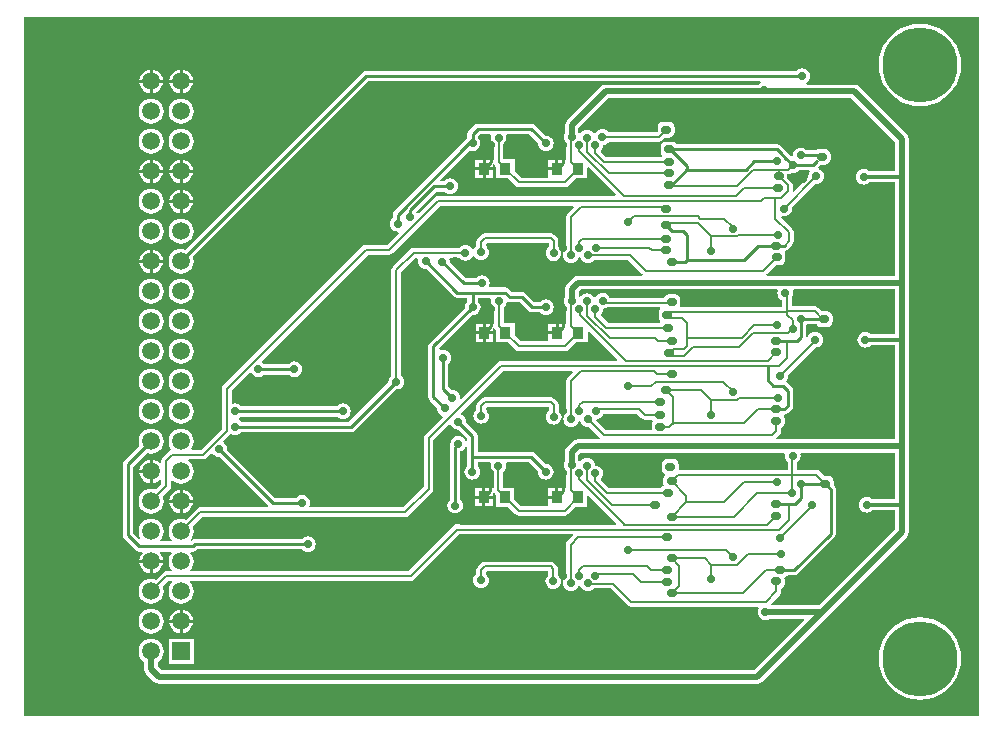
<source format=gbl>
G04 Layer_Physical_Order=2*
G04 Layer_Color=16711680*
%FSAX24Y24*%
%MOIN*%
G70*
G01*
G75*
%ADD12R,0.0374X0.0394*%
%ADD17C,0.0100*%
%ADD18C,0.0080*%
%ADD19C,0.0200*%
%ADD20C,0.0120*%
%ADD21C,0.2500*%
%ADD22C,0.0591*%
%ADD23R,0.0591X0.0591*%
G04:AMPARAMS|DCode=24|XSize=32mil|YSize=28mil|CornerRadius=7mil|HoleSize=0mil|Usage=FLASHONLY|Rotation=0.000|XOffset=0mil|YOffset=0mil|HoleType=Round|Shape=RoundedRectangle|*
%AMROUNDEDRECTD24*
21,1,0.0320,0.0140,0,0,0.0*
21,1,0.0180,0.0280,0,0,0.0*
1,1,0.0140,0.0090,-0.0070*
1,1,0.0140,-0.0090,-0.0070*
1,1,0.0140,-0.0090,0.0070*
1,1,0.0140,0.0090,0.0070*
%
%ADD24ROUNDEDRECTD24*%
%ADD25C,0.0283*%
%ADD26C,0.0320*%
G36*
X042650Y018370D02*
X010810D01*
Y041650D01*
X042650D01*
Y018370D01*
D02*
G37*
%LPC*%
G36*
X016100Y039902D02*
Y039560D01*
X016442D01*
X016435Y039614D01*
X016395Y039710D01*
X016332Y039792D01*
X016249Y039856D01*
X016153Y039895D01*
X016100Y039902D01*
D02*
G37*
G36*
X015100D02*
Y039560D01*
X015442D01*
X015435Y039614D01*
X015395Y039710D01*
X015332Y039792D01*
X015249Y039856D01*
X015153Y039895D01*
X015100Y039902D01*
D02*
G37*
G36*
X016000Y039902D02*
X015947Y039895D01*
X015851Y039856D01*
X015768Y039792D01*
X015705Y039710D01*
X015665Y039614D01*
X015658Y039560D01*
X016000D01*
Y039902D01*
D02*
G37*
G36*
X015000D02*
X014947Y039895D01*
X014851Y039856D01*
X014768Y039792D01*
X014705Y039710D01*
X014665Y039614D01*
X014658Y039560D01*
X015000D01*
Y039902D01*
D02*
G37*
G36*
X016442Y039460D02*
X016100D01*
Y039118D01*
X016153Y039125D01*
X016249Y039165D01*
X016332Y039228D01*
X016395Y039311D01*
X016435Y039407D01*
X016442Y039460D01*
D02*
G37*
G36*
X015442D02*
X015100D01*
Y039118D01*
X015153Y039125D01*
X015249Y039165D01*
X015332Y039228D01*
X015395Y039311D01*
X015435Y039407D01*
X015442Y039460D01*
D02*
G37*
G36*
X016000D02*
X015658D01*
X015665Y039407D01*
X015705Y039311D01*
X015768Y039228D01*
X015851Y039165D01*
X015947Y039125D01*
X016000Y039118D01*
Y039460D01*
D02*
G37*
G36*
X015000D02*
X014658D01*
X014665Y039407D01*
X014705Y039311D01*
X014768Y039228D01*
X014851Y039165D01*
X014947Y039125D01*
X015000Y039118D01*
Y039460D01*
D02*
G37*
G36*
X040680Y041434D02*
X040465Y041417D01*
X040255Y041367D01*
X040056Y041284D01*
X039872Y041172D01*
X039708Y041032D01*
X039568Y040868D01*
X039456Y040684D01*
X039373Y040485D01*
X039323Y040275D01*
X039306Y040060D01*
X039323Y039845D01*
X039373Y039635D01*
X039456Y039436D01*
X039568Y039252D01*
X039708Y039088D01*
X039872Y038948D01*
X040056Y038836D01*
X040255Y038753D01*
X040465Y038703D01*
X040680Y038686D01*
X040895Y038703D01*
X041105Y038753D01*
X041304Y038836D01*
X041488Y038948D01*
X041652Y039088D01*
X041792Y039252D01*
X041904Y039436D01*
X041987Y039635D01*
X042037Y039845D01*
X042054Y040060D01*
X042037Y040275D01*
X041987Y040485D01*
X041904Y040684D01*
X041792Y040868D01*
X041652Y041032D01*
X041488Y041172D01*
X041304Y041284D01*
X041105Y041367D01*
X040895Y041417D01*
X040680Y041434D01*
D02*
G37*
G36*
X016050Y038929D02*
X015942Y038915D01*
X015841Y038873D01*
X015754Y038806D01*
X015687Y038720D01*
X015645Y038619D01*
X015631Y038510D01*
X015645Y038402D01*
X015687Y038301D01*
X015754Y038214D01*
X015841Y038148D01*
X015942Y038106D01*
X016050Y038091D01*
X016158Y038106D01*
X016259Y038148D01*
X016346Y038214D01*
X016413Y038301D01*
X016455Y038402D01*
X016469Y038510D01*
X016455Y038619D01*
X016413Y038720D01*
X016346Y038806D01*
X016259Y038873D01*
X016158Y038915D01*
X016050Y038929D01*
D02*
G37*
G36*
X015050D02*
X014942Y038915D01*
X014841Y038873D01*
X014754Y038806D01*
X014687Y038720D01*
X014645Y038619D01*
X014631Y038510D01*
X014645Y038402D01*
X014687Y038301D01*
X014754Y038214D01*
X014841Y038148D01*
X014942Y038106D01*
X015050Y038091D01*
X015158Y038106D01*
X015259Y038148D01*
X015346Y038214D01*
X015413Y038301D01*
X015455Y038402D01*
X015469Y038510D01*
X015455Y038619D01*
X015413Y038720D01*
X015346Y038806D01*
X015259Y038873D01*
X015158Y038915D01*
X015050Y038929D01*
D02*
G37*
G36*
X036760Y039944D02*
X036692Y039935D01*
X036628Y039909D01*
X036573Y039867D01*
X036563Y039853D01*
X022220D01*
X022153Y039840D01*
X022097Y039803D01*
X016195Y033900D01*
X016158Y033915D01*
X016050Y033929D01*
X015942Y033915D01*
X015841Y033873D01*
X015754Y033806D01*
X015687Y033720D01*
X015645Y033619D01*
X015631Y033510D01*
X015645Y033402D01*
X015687Y033301D01*
X015754Y033214D01*
X015841Y033148D01*
X015942Y033106D01*
X016050Y033091D01*
X016158Y033106D01*
X016259Y033148D01*
X016346Y033214D01*
X016413Y033301D01*
X016455Y033402D01*
X016469Y033510D01*
X016455Y033619D01*
X016440Y033655D01*
X022291Y039507D01*
X035357D01*
X035367Y039457D01*
X035358Y039453D01*
X035303Y039411D01*
X035298Y039404D01*
X030210D01*
X030124Y039387D01*
X030051Y039339D01*
X028913Y038201D01*
X028865Y038128D01*
X028848Y038042D01*
Y037794D01*
X028843Y037789D01*
X028817Y037725D01*
X028808Y037657D01*
X028817Y037589D01*
X028843Y037525D01*
X028885Y037470D01*
X028893Y037464D01*
Y036926D01*
X028867Y036887D01*
X028630D01*
Y036590D01*
X028580D01*
Y036540D01*
X028293D01*
Y036303D01*
X027376D01*
X027166Y036514D01*
Y036907D01*
X026795D01*
Y037432D01*
X026819Y037450D01*
X026861Y037505D01*
X026887Y037569D01*
X026896Y037637D01*
X026887Y037705D01*
X026883Y037715D01*
X026911Y037757D01*
X027643D01*
X027943Y037457D01*
X027940Y037440D01*
X027949Y037372D01*
X027976Y037308D01*
X028018Y037253D01*
X028072Y037211D01*
X028136Y037185D01*
X028204Y037176D01*
X028273Y037185D01*
X028336Y037211D01*
X028391Y037253D01*
X028433Y037308D01*
X028459Y037372D01*
X028468Y037440D01*
X028459Y037508D01*
X028433Y037572D01*
X028391Y037627D01*
X028336Y037669D01*
X028273Y037695D01*
X028204Y037704D01*
X028188Y037702D01*
X027837Y038053D01*
X027781Y038090D01*
X027714Y038103D01*
X025934D01*
X025868Y038090D01*
X025812Y038053D01*
X025642Y037883D01*
X025604Y037826D01*
X025591Y037760D01*
Y037637D01*
X025578Y037627D01*
X025536Y037572D01*
X025528Y037553D01*
X023157Y035183D01*
X023120Y035126D01*
X023107Y035060D01*
Y034957D01*
X023093Y034947D01*
X023051Y034892D01*
X023025Y034828D01*
X023016Y034760D01*
X023025Y034692D01*
X023051Y034628D01*
X023093Y034573D01*
X023148Y034531D01*
X023212Y034505D01*
X023280Y034496D01*
X023290Y034497D01*
X023314Y034450D01*
X022927Y034063D01*
X022210D01*
X022148Y034051D01*
X022095Y034015D01*
X017455Y029375D01*
X017419Y029322D01*
X017407Y029260D01*
Y027928D01*
X016712Y027233D01*
X016417D01*
X016395Y027278D01*
X016413Y027301D01*
X016455Y027402D01*
X016469Y027510D01*
X016455Y027619D01*
X016413Y027720D01*
X016346Y027806D01*
X016259Y027873D01*
X016158Y027915D01*
X016050Y027929D01*
X015942Y027915D01*
X015841Y027873D01*
X015754Y027806D01*
X015687Y027720D01*
X015645Y027619D01*
X015631Y027510D01*
X015645Y027402D01*
X015687Y027301D01*
X015714Y027265D01*
X015711Y027257D01*
X015690Y027215D01*
X015645Y027185D01*
X015445Y026985D01*
X015409Y026932D01*
X015397Y026870D01*
Y026790D01*
X015347Y026773D01*
X015332Y026792D01*
X015249Y026856D01*
X015153Y026895D01*
X015100Y026902D01*
Y026510D01*
Y026118D01*
X015153Y026125D01*
X015249Y026165D01*
X015332Y026228D01*
X015347Y026248D01*
X015397Y026231D01*
Y026088D01*
X015205Y025896D01*
X015158Y025915D01*
X015050Y025929D01*
X014942Y025915D01*
X014841Y025873D01*
X014754Y025806D01*
X014687Y025720D01*
X014645Y025619D01*
X014631Y025510D01*
X014645Y025402D01*
X014687Y025301D01*
X014754Y025214D01*
X014841Y025148D01*
X014942Y025106D01*
X015050Y025091D01*
X015158Y025106D01*
X015259Y025148D01*
X015346Y025214D01*
X015413Y025301D01*
X015455Y025402D01*
X015469Y025510D01*
X015455Y025619D01*
X015435Y025665D01*
X015675Y025905D01*
X015711Y025958D01*
X015723Y026020D01*
Y026175D01*
X015773Y026199D01*
X015841Y026148D01*
X015942Y026106D01*
X016050Y026091D01*
X016158Y026106D01*
X016259Y026148D01*
X016346Y026214D01*
X016413Y026301D01*
X016455Y026402D01*
X016469Y026510D01*
X016455Y026619D01*
X016413Y026720D01*
X016346Y026806D01*
X016281Y026857D01*
X016298Y026907D01*
X016780D01*
X016842Y026919D01*
X016895Y026955D01*
X017053Y027112D01*
X017109Y027098D01*
X017143Y027053D01*
X017198Y027011D01*
X017262Y026985D01*
X017330Y026976D01*
X017347Y026978D01*
X018962Y025363D01*
X018941Y025313D01*
X016690D01*
X016627Y025301D01*
X016574Y025265D01*
X016205Y024896D01*
X016158Y024915D01*
X016050Y024929D01*
X015942Y024915D01*
X015841Y024873D01*
X015754Y024806D01*
X015687Y024720D01*
X015645Y024619D01*
X015631Y024510D01*
X015645Y024402D01*
X015687Y024301D01*
X015739Y024233D01*
X015715Y024183D01*
X015385D01*
X015361Y024233D01*
X015413Y024301D01*
X015455Y024402D01*
X015469Y024510D01*
X015455Y024619D01*
X015413Y024720D01*
X015346Y024806D01*
X015259Y024873D01*
X015158Y024915D01*
X015050Y024929D01*
X014942Y024915D01*
X014841Y024873D01*
X014754Y024806D01*
X014687Y024720D01*
X014645Y024619D01*
X014631Y024510D01*
X014645Y024402D01*
X014687Y024301D01*
X014695Y024291D01*
X014657Y024258D01*
X014453Y024462D01*
Y026669D01*
X014905Y027121D01*
X014942Y027106D01*
X015050Y027091D01*
X015158Y027106D01*
X015259Y027148D01*
X015346Y027214D01*
X015413Y027301D01*
X015455Y027402D01*
X015469Y027510D01*
X015455Y027619D01*
X015413Y027720D01*
X015346Y027806D01*
X015259Y027873D01*
X015158Y027915D01*
X015050Y027929D01*
X014942Y027915D01*
X014841Y027873D01*
X014754Y027806D01*
X014687Y027720D01*
X014645Y027619D01*
X014631Y027510D01*
X014645Y027402D01*
X014660Y027366D01*
X014157Y026863D01*
X014120Y026807D01*
X014107Y026740D01*
Y024390D01*
X014120Y024324D01*
X014157Y024267D01*
X014537Y023887D01*
X014594Y023850D01*
X014660Y023837D01*
X014753D01*
X014764Y023787D01*
X014705Y023710D01*
X014665Y023614D01*
X014658Y023560D01*
X015050D01*
X015442D01*
X015435Y023614D01*
X015395Y023710D01*
X015336Y023787D01*
X015347Y023837D01*
X015714D01*
X015739Y023787D01*
X015687Y023720D01*
X015645Y023619D01*
X015631Y023510D01*
X015645Y023402D01*
X015687Y023301D01*
X015739Y023233D01*
X015715Y023183D01*
X015560D01*
X015497Y023171D01*
X015444Y023135D01*
X015205Y022896D01*
X015158Y022915D01*
X015050Y022929D01*
X014942Y022915D01*
X014841Y022873D01*
X014754Y022806D01*
X014687Y022720D01*
X014645Y022619D01*
X014631Y022510D01*
X014645Y022402D01*
X014687Y022301D01*
X014754Y022214D01*
X014841Y022148D01*
X014942Y022106D01*
X015050Y022091D01*
X015158Y022106D01*
X015259Y022148D01*
X015346Y022214D01*
X015413Y022301D01*
X015455Y022402D01*
X015469Y022510D01*
X015455Y022619D01*
X015435Y022665D01*
X015627Y022857D01*
X015742D01*
X015758Y022810D01*
X015754Y022806D01*
X015687Y022720D01*
X015645Y022619D01*
X015631Y022510D01*
X015645Y022402D01*
X015687Y022301D01*
X015754Y022214D01*
X015841Y022148D01*
X015942Y022106D01*
X016050Y022091D01*
X016158Y022106D01*
X016259Y022148D01*
X016346Y022214D01*
X016413Y022301D01*
X016455Y022402D01*
X016469Y022510D01*
X016455Y022619D01*
X016413Y022720D01*
X016346Y022806D01*
X016342Y022810D01*
X016358Y022857D01*
X023700D01*
X023762Y022869D01*
X023815Y022905D01*
X025318Y024407D01*
X029100D01*
X029119Y024361D01*
X028930Y024172D01*
X028895Y024119D01*
X028882Y024057D01*
Y022982D01*
X028859Y022964D01*
X028817Y022909D01*
X028791Y022845D01*
X028782Y022777D01*
X028791Y022709D01*
X028817Y022645D01*
X028859Y022590D01*
X028914Y022548D01*
X028977Y022522D01*
X029046Y022513D01*
X029114Y022522D01*
X029178Y022548D01*
X029232Y022590D01*
X029274Y022645D01*
X029297Y022699D01*
X029316Y022703D01*
X029329D01*
X029348Y022699D01*
X029371Y022645D01*
X029413Y022590D01*
X029467Y022548D01*
X029531Y022522D01*
X029599Y022513D01*
X029668Y022522D01*
X029731Y022548D01*
X029786Y022590D01*
X029798Y022606D01*
X030373D01*
X030936Y022043D01*
X030989Y022008D01*
X031051Y021996D01*
X035279D01*
X035286Y021983D01*
X035299Y021946D01*
X035275Y021887D01*
X035266Y021819D01*
X035275Y021750D01*
X035301Y021687D01*
X035343Y021632D01*
X035398Y021590D01*
X035462Y021564D01*
X035530Y021555D01*
X035598Y021564D01*
X035662Y021590D01*
X035668Y021594D01*
X036812D01*
X036831Y021548D01*
X035157Y019874D01*
X015413D01*
X015274Y020013D01*
Y020159D01*
X015346Y020214D01*
X015413Y020301D01*
X015455Y020402D01*
X015469Y020510D01*
X015455Y020619D01*
X015413Y020720D01*
X015346Y020806D01*
X015259Y020873D01*
X015158Y020915D01*
X015050Y020929D01*
X014942Y020915D01*
X014841Y020873D01*
X014754Y020806D01*
X014687Y020720D01*
X014645Y020619D01*
X014631Y020510D01*
X014645Y020402D01*
X014687Y020301D01*
X014754Y020214D01*
X014826Y020159D01*
Y019920D01*
X014843Y019834D01*
X014891Y019761D01*
X015161Y019491D01*
X015234Y019443D01*
X015320Y019426D01*
X035250D01*
X035336Y019443D01*
X035409Y019491D01*
X040239Y024321D01*
X040287Y024394D01*
X040304Y024480D01*
Y025400D01*
Y037590D01*
X040287Y037676D01*
X040239Y037749D01*
X038649Y039339D01*
X038576Y039387D01*
X038490Y039404D01*
X036927D01*
X036896Y039449D01*
X036896Y039454D01*
X036947Y039493D01*
X036989Y039548D01*
X037015Y039612D01*
X037024Y039680D01*
X037015Y039748D01*
X036989Y039812D01*
X036947Y039867D01*
X036892Y039909D01*
X036828Y039935D01*
X036760Y039944D01*
D02*
G37*
G36*
X016050Y037929D02*
X015942Y037915D01*
X015841Y037873D01*
X015754Y037806D01*
X015687Y037720D01*
X015645Y037619D01*
X015631Y037510D01*
X015645Y037402D01*
X015687Y037301D01*
X015754Y037214D01*
X015841Y037148D01*
X015942Y037106D01*
X016050Y037091D01*
X016158Y037106D01*
X016259Y037148D01*
X016346Y037214D01*
X016413Y037301D01*
X016455Y037402D01*
X016469Y037510D01*
X016455Y037619D01*
X016413Y037720D01*
X016346Y037806D01*
X016259Y037873D01*
X016158Y037915D01*
X016050Y037929D01*
D02*
G37*
G36*
X015050D02*
X014942Y037915D01*
X014841Y037873D01*
X014754Y037806D01*
X014687Y037720D01*
X014645Y037619D01*
X014631Y037510D01*
X014645Y037402D01*
X014687Y037301D01*
X014754Y037214D01*
X014841Y037148D01*
X014942Y037106D01*
X015050Y037091D01*
X015158Y037106D01*
X015259Y037148D01*
X015346Y037214D01*
X015413Y037301D01*
X015455Y037402D01*
X015469Y037510D01*
X015455Y037619D01*
X015413Y037720D01*
X015346Y037806D01*
X015259Y037873D01*
X015158Y037915D01*
X015050Y037929D01*
D02*
G37*
G36*
X028530Y036887D02*
X028293D01*
Y036640D01*
X028530D01*
Y036887D01*
D02*
G37*
G36*
X016100Y036902D02*
Y036560D01*
X016442D01*
X016435Y036614D01*
X016395Y036710D01*
X016332Y036792D01*
X016249Y036856D01*
X016153Y036895D01*
X016100Y036902D01*
D02*
G37*
G36*
X015100D02*
Y036560D01*
X015442D01*
X015435Y036614D01*
X015395Y036710D01*
X015332Y036792D01*
X015249Y036856D01*
X015153Y036895D01*
X015100Y036902D01*
D02*
G37*
G36*
X016000Y036902D02*
X015947Y036895D01*
X015851Y036856D01*
X015768Y036792D01*
X015705Y036710D01*
X015665Y036614D01*
X015658Y036560D01*
X016000D01*
Y036902D01*
D02*
G37*
G36*
X015000D02*
X014947Y036895D01*
X014851Y036856D01*
X014768Y036792D01*
X014705Y036710D01*
X014665Y036614D01*
X014658Y036560D01*
X015000D01*
Y036902D01*
D02*
G37*
G36*
X016442Y036460D02*
X016100D01*
Y036118D01*
X016153Y036125D01*
X016249Y036165D01*
X016332Y036228D01*
X016395Y036311D01*
X016435Y036407D01*
X016442Y036460D01*
D02*
G37*
G36*
X015442D02*
X015100D01*
Y036118D01*
X015153Y036125D01*
X015249Y036165D01*
X015332Y036228D01*
X015395Y036311D01*
X015435Y036407D01*
X015442Y036460D01*
D02*
G37*
G36*
X016000D02*
X015658D01*
X015665Y036407D01*
X015705Y036311D01*
X015768Y036228D01*
X015851Y036165D01*
X015947Y036125D01*
X016000Y036118D01*
Y036460D01*
D02*
G37*
G36*
X015000D02*
X014658D01*
X014665Y036407D01*
X014705Y036311D01*
X014768Y036228D01*
X014851Y036165D01*
X014947Y036125D01*
X015000Y036118D01*
Y036460D01*
D02*
G37*
G36*
X016100Y035902D02*
Y035560D01*
X016442D01*
X016435Y035614D01*
X016395Y035710D01*
X016332Y035792D01*
X016249Y035856D01*
X016153Y035895D01*
X016100Y035902D01*
D02*
G37*
G36*
X016000Y035902D02*
X015947Y035895D01*
X015851Y035856D01*
X015768Y035792D01*
X015705Y035710D01*
X015665Y035614D01*
X015658Y035560D01*
X016000D01*
Y035902D01*
D02*
G37*
G36*
X016442Y035460D02*
X016100D01*
Y035118D01*
X016153Y035125D01*
X016249Y035165D01*
X016332Y035228D01*
X016395Y035311D01*
X016435Y035407D01*
X016442Y035460D01*
D02*
G37*
G36*
X016000D02*
X015658D01*
X015665Y035407D01*
X015705Y035311D01*
X015768Y035228D01*
X015851Y035165D01*
X015947Y035125D01*
X016000Y035118D01*
Y035460D01*
D02*
G37*
G36*
X015050Y035929D02*
X014942Y035915D01*
X014841Y035873D01*
X014754Y035806D01*
X014687Y035720D01*
X014645Y035619D01*
X014631Y035510D01*
X014645Y035402D01*
X014687Y035301D01*
X014754Y035214D01*
X014841Y035148D01*
X014942Y035106D01*
X015050Y035091D01*
X015158Y035106D01*
X015259Y035148D01*
X015346Y035214D01*
X015413Y035301D01*
X015455Y035402D01*
X015469Y035510D01*
X015455Y035619D01*
X015413Y035720D01*
X015346Y035806D01*
X015259Y035873D01*
X015158Y035915D01*
X015050Y035929D01*
D02*
G37*
G36*
X016050Y034929D02*
X015942Y034915D01*
X015841Y034873D01*
X015754Y034806D01*
X015687Y034720D01*
X015645Y034619D01*
X015631Y034510D01*
X015645Y034402D01*
X015687Y034301D01*
X015754Y034214D01*
X015841Y034148D01*
X015942Y034106D01*
X016050Y034091D01*
X016158Y034106D01*
X016259Y034148D01*
X016346Y034214D01*
X016413Y034301D01*
X016455Y034402D01*
X016469Y034510D01*
X016455Y034619D01*
X016413Y034720D01*
X016346Y034806D01*
X016259Y034873D01*
X016158Y034915D01*
X016050Y034929D01*
D02*
G37*
G36*
X015050D02*
X014942Y034915D01*
X014841Y034873D01*
X014754Y034806D01*
X014687Y034720D01*
X014645Y034619D01*
X014631Y034510D01*
X014645Y034402D01*
X014687Y034301D01*
X014754Y034214D01*
X014841Y034148D01*
X014942Y034106D01*
X015050Y034091D01*
X015158Y034106D01*
X015259Y034148D01*
X015346Y034214D01*
X015413Y034301D01*
X015455Y034402D01*
X015469Y034510D01*
X015455Y034619D01*
X015413Y034720D01*
X015346Y034806D01*
X015259Y034873D01*
X015158Y034915D01*
X015050Y034929D01*
D02*
G37*
G36*
X015100Y033902D02*
Y033560D01*
X015442D01*
X015435Y033614D01*
X015395Y033710D01*
X015332Y033792D01*
X015249Y033856D01*
X015153Y033895D01*
X015100Y033902D01*
D02*
G37*
G36*
X015000D02*
X014947Y033895D01*
X014851Y033856D01*
X014768Y033792D01*
X014705Y033710D01*
X014665Y033614D01*
X014658Y033560D01*
X015000D01*
Y033902D01*
D02*
G37*
G36*
X015442Y033460D02*
X015100D01*
Y033118D01*
X015153Y033125D01*
X015249Y033165D01*
X015332Y033228D01*
X015395Y033311D01*
X015435Y033407D01*
X015442Y033460D01*
D02*
G37*
G36*
X015000D02*
X014658D01*
X014665Y033407D01*
X014705Y033311D01*
X014768Y033228D01*
X014851Y033165D01*
X014947Y033125D01*
X015000Y033118D01*
Y033460D01*
D02*
G37*
G36*
X016050Y032929D02*
X015942Y032915D01*
X015841Y032873D01*
X015754Y032806D01*
X015687Y032720D01*
X015645Y032619D01*
X015631Y032510D01*
X015645Y032402D01*
X015687Y032301D01*
X015754Y032214D01*
X015841Y032148D01*
X015942Y032106D01*
X016050Y032091D01*
X016158Y032106D01*
X016259Y032148D01*
X016346Y032214D01*
X016413Y032301D01*
X016455Y032402D01*
X016469Y032510D01*
X016455Y032619D01*
X016413Y032720D01*
X016346Y032806D01*
X016259Y032873D01*
X016158Y032915D01*
X016050Y032929D01*
D02*
G37*
G36*
X015050D02*
X014942Y032915D01*
X014841Y032873D01*
X014754Y032806D01*
X014687Y032720D01*
X014645Y032619D01*
X014631Y032510D01*
X014645Y032402D01*
X014687Y032301D01*
X014754Y032214D01*
X014841Y032148D01*
X014942Y032106D01*
X015050Y032091D01*
X015158Y032106D01*
X015259Y032148D01*
X015346Y032214D01*
X015413Y032301D01*
X015455Y032402D01*
X015469Y032510D01*
X015455Y032619D01*
X015413Y032720D01*
X015346Y032806D01*
X015259Y032873D01*
X015158Y032915D01*
X015050Y032929D01*
D02*
G37*
G36*
X016050Y031929D02*
X015942Y031915D01*
X015841Y031873D01*
X015754Y031806D01*
X015687Y031720D01*
X015645Y031619D01*
X015631Y031510D01*
X015645Y031402D01*
X015687Y031301D01*
X015754Y031214D01*
X015841Y031148D01*
X015942Y031106D01*
X016050Y031091D01*
X016158Y031106D01*
X016259Y031148D01*
X016346Y031214D01*
X016413Y031301D01*
X016455Y031402D01*
X016469Y031510D01*
X016455Y031619D01*
X016413Y031720D01*
X016346Y031806D01*
X016259Y031873D01*
X016158Y031915D01*
X016050Y031929D01*
D02*
G37*
G36*
X015050D02*
X014942Y031915D01*
X014841Y031873D01*
X014754Y031806D01*
X014687Y031720D01*
X014645Y031619D01*
X014631Y031510D01*
X014645Y031402D01*
X014687Y031301D01*
X014754Y031214D01*
X014841Y031148D01*
X014942Y031106D01*
X015050Y031091D01*
X015158Y031106D01*
X015259Y031148D01*
X015346Y031214D01*
X015413Y031301D01*
X015455Y031402D01*
X015469Y031510D01*
X015455Y031619D01*
X015413Y031720D01*
X015346Y031806D01*
X015259Y031873D01*
X015158Y031915D01*
X015050Y031929D01*
D02*
G37*
G36*
X016050Y030929D02*
X015942Y030915D01*
X015841Y030873D01*
X015754Y030806D01*
X015687Y030720D01*
X015645Y030619D01*
X015631Y030510D01*
X015645Y030402D01*
X015687Y030301D01*
X015754Y030214D01*
X015841Y030148D01*
X015942Y030106D01*
X016050Y030091D01*
X016158Y030106D01*
X016259Y030148D01*
X016346Y030214D01*
X016413Y030301D01*
X016455Y030402D01*
X016469Y030510D01*
X016455Y030619D01*
X016413Y030720D01*
X016346Y030806D01*
X016259Y030873D01*
X016158Y030915D01*
X016050Y030929D01*
D02*
G37*
G36*
X015050D02*
X014942Y030915D01*
X014841Y030873D01*
X014754Y030806D01*
X014687Y030720D01*
X014645Y030619D01*
X014631Y030510D01*
X014645Y030402D01*
X014687Y030301D01*
X014754Y030214D01*
X014841Y030148D01*
X014942Y030106D01*
X015050Y030091D01*
X015158Y030106D01*
X015259Y030148D01*
X015346Y030214D01*
X015413Y030301D01*
X015455Y030402D01*
X015469Y030510D01*
X015455Y030619D01*
X015413Y030720D01*
X015346Y030806D01*
X015259Y030873D01*
X015158Y030915D01*
X015050Y030929D01*
D02*
G37*
G36*
X016050Y029929D02*
X015942Y029915D01*
X015841Y029873D01*
X015754Y029806D01*
X015687Y029720D01*
X015645Y029619D01*
X015631Y029510D01*
X015645Y029402D01*
X015687Y029301D01*
X015754Y029214D01*
X015841Y029148D01*
X015942Y029106D01*
X016050Y029091D01*
X016158Y029106D01*
X016259Y029148D01*
X016346Y029214D01*
X016413Y029301D01*
X016455Y029402D01*
X016469Y029510D01*
X016455Y029619D01*
X016413Y029720D01*
X016346Y029806D01*
X016259Y029873D01*
X016158Y029915D01*
X016050Y029929D01*
D02*
G37*
G36*
X015050D02*
X014942Y029915D01*
X014841Y029873D01*
X014754Y029806D01*
X014687Y029720D01*
X014645Y029619D01*
X014631Y029510D01*
X014645Y029402D01*
X014687Y029301D01*
X014754Y029214D01*
X014841Y029148D01*
X014942Y029106D01*
X015050Y029091D01*
X015158Y029106D01*
X015259Y029148D01*
X015346Y029214D01*
X015413Y029301D01*
X015455Y029402D01*
X015469Y029510D01*
X015455Y029619D01*
X015413Y029720D01*
X015346Y029806D01*
X015259Y029873D01*
X015158Y029915D01*
X015050Y029929D01*
D02*
G37*
G36*
X016050Y028929D02*
X015942Y028915D01*
X015841Y028873D01*
X015754Y028806D01*
X015687Y028720D01*
X015645Y028619D01*
X015631Y028510D01*
X015645Y028402D01*
X015687Y028301D01*
X015754Y028214D01*
X015841Y028148D01*
X015942Y028106D01*
X016050Y028091D01*
X016158Y028106D01*
X016259Y028148D01*
X016346Y028214D01*
X016413Y028301D01*
X016455Y028402D01*
X016469Y028510D01*
X016455Y028619D01*
X016413Y028720D01*
X016346Y028806D01*
X016259Y028873D01*
X016158Y028915D01*
X016050Y028929D01*
D02*
G37*
G36*
X015050D02*
X014942Y028915D01*
X014841Y028873D01*
X014754Y028806D01*
X014687Y028720D01*
X014645Y028619D01*
X014631Y028510D01*
X014645Y028402D01*
X014687Y028301D01*
X014754Y028214D01*
X014841Y028148D01*
X014942Y028106D01*
X015050Y028091D01*
X015158Y028106D01*
X015259Y028148D01*
X015346Y028214D01*
X015413Y028301D01*
X015455Y028402D01*
X015469Y028510D01*
X015455Y028619D01*
X015413Y028720D01*
X015346Y028806D01*
X015259Y028873D01*
X015158Y028915D01*
X015050Y028929D01*
D02*
G37*
G36*
X015000Y026902D02*
X014947Y026895D01*
X014851Y026856D01*
X014768Y026792D01*
X014705Y026710D01*
X014665Y026614D01*
X014658Y026560D01*
X015000D01*
Y026902D01*
D02*
G37*
G36*
Y026460D02*
X014658D01*
X014665Y026407D01*
X014705Y026311D01*
X014768Y026228D01*
X014851Y026165D01*
X014947Y026125D01*
X015000Y026118D01*
Y026460D01*
D02*
G37*
G36*
X016100Y025902D02*
Y025560D01*
X016442D01*
X016435Y025614D01*
X016395Y025710D01*
X016332Y025792D01*
X016249Y025856D01*
X016153Y025895D01*
X016100Y025902D01*
D02*
G37*
G36*
X016000D02*
X015947Y025895D01*
X015851Y025856D01*
X015768Y025792D01*
X015705Y025710D01*
X015665Y025614D01*
X015658Y025560D01*
X016000D01*
Y025902D01*
D02*
G37*
G36*
X016442Y025460D02*
X016100D01*
Y025118D01*
X016153Y025125D01*
X016249Y025165D01*
X016332Y025228D01*
X016395Y025311D01*
X016435Y025407D01*
X016442Y025460D01*
D02*
G37*
G36*
X016000D02*
X015658D01*
X015665Y025407D01*
X015705Y025311D01*
X015768Y025228D01*
X015851Y025165D01*
X015947Y025125D01*
X016000Y025118D01*
Y025460D01*
D02*
G37*
G36*
X015442Y023460D02*
X015100D01*
Y023118D01*
X015153Y023125D01*
X015249Y023165D01*
X015332Y023228D01*
X015395Y023311D01*
X015435Y023407D01*
X015442Y023460D01*
D02*
G37*
G36*
X015000D02*
X014658D01*
X014665Y023407D01*
X014705Y023311D01*
X014768Y023228D01*
X014851Y023165D01*
X014947Y023125D01*
X015000Y023118D01*
Y023460D01*
D02*
G37*
G36*
X028370Y023503D02*
X026170D01*
X026108Y023491D01*
X026055Y023455D01*
X025935Y023335D01*
X025899Y023282D01*
X025887Y023220D01*
Y023085D01*
X025863Y023067D01*
X025821Y023012D01*
X025795Y022948D01*
X025786Y022880D01*
X025795Y022812D01*
X025821Y022748D01*
X025863Y022693D01*
X025918Y022651D01*
X025982Y022625D01*
X026050Y022616D01*
X026118Y022625D01*
X026182Y022651D01*
X026237Y022693D01*
X026279Y022748D01*
X026305Y022812D01*
X026314Y022880D01*
X026305Y022948D01*
X026279Y023012D01*
X026237Y023067D01*
X026213Y023085D01*
Y023152D01*
X026238Y023177D01*
X028297D01*
Y023055D01*
X028273Y023037D01*
X028231Y022982D01*
X028205Y022918D01*
X028196Y022850D01*
X028205Y022782D01*
X028231Y022718D01*
X028273Y022663D01*
X028328Y022621D01*
X028392Y022595D01*
X028460Y022586D01*
X028528Y022595D01*
X028592Y022621D01*
X028647Y022663D01*
X028689Y022718D01*
X028715Y022782D01*
X028724Y022850D01*
X028715Y022918D01*
X028689Y022982D01*
X028647Y023037D01*
X028623Y023055D01*
Y023250D01*
X028611Y023312D01*
X028575Y023365D01*
X028485Y023455D01*
X028432Y023491D01*
X028370Y023503D01*
D02*
G37*
G36*
X016100Y021902D02*
Y021560D01*
X016442D01*
X016435Y021614D01*
X016395Y021710D01*
X016332Y021792D01*
X016249Y021856D01*
X016153Y021895D01*
X016100Y021902D01*
D02*
G37*
G36*
X016000D02*
X015947Y021895D01*
X015851Y021856D01*
X015768Y021792D01*
X015705Y021710D01*
X015665Y021614D01*
X015658Y021560D01*
X016000D01*
Y021902D01*
D02*
G37*
G36*
X016442Y021460D02*
X016100D01*
Y021118D01*
X016153Y021125D01*
X016249Y021165D01*
X016332Y021228D01*
X016395Y021311D01*
X016435Y021407D01*
X016442Y021460D01*
D02*
G37*
G36*
X016000D02*
X015658D01*
X015665Y021407D01*
X015705Y021311D01*
X015768Y021228D01*
X015851Y021165D01*
X015947Y021125D01*
X016000Y021118D01*
Y021460D01*
D02*
G37*
G36*
X015050Y021929D02*
X014942Y021915D01*
X014841Y021873D01*
X014754Y021806D01*
X014687Y021720D01*
X014645Y021619D01*
X014631Y021510D01*
X014645Y021402D01*
X014687Y021301D01*
X014754Y021214D01*
X014841Y021148D01*
X014942Y021106D01*
X015050Y021091D01*
X015158Y021106D01*
X015259Y021148D01*
X015346Y021214D01*
X015413Y021301D01*
X015455Y021402D01*
X015469Y021510D01*
X015455Y021619D01*
X015413Y021720D01*
X015346Y021806D01*
X015259Y021873D01*
X015158Y021915D01*
X015050Y021929D01*
D02*
G37*
G36*
X016465Y020926D02*
X015635D01*
Y020095D01*
X016465D01*
Y020926D01*
D02*
G37*
G36*
X040680Y021644D02*
X040465Y021627D01*
X040255Y021577D01*
X040056Y021494D01*
X039872Y021382D01*
X039708Y021242D01*
X039568Y021078D01*
X039456Y020894D01*
X039373Y020695D01*
X039323Y020485D01*
X039306Y020270D01*
X039323Y020055D01*
X039373Y019845D01*
X039456Y019646D01*
X039568Y019462D01*
X039708Y019298D01*
X039872Y019158D01*
X040056Y019046D01*
X040255Y018963D01*
X040465Y018913D01*
X040680Y018896D01*
X040895Y018913D01*
X041105Y018963D01*
X041304Y019046D01*
X041488Y019158D01*
X041652Y019298D01*
X041792Y019462D01*
X041904Y019646D01*
X041987Y019845D01*
X042037Y020055D01*
X042054Y020270D01*
X042037Y020485D01*
X041987Y020695D01*
X041904Y020894D01*
X041792Y021078D01*
X041652Y021242D01*
X041488Y021382D01*
X041304Y021494D01*
X041105Y021577D01*
X040895Y021627D01*
X040680Y021644D01*
D02*
G37*
%LPD*%
G36*
X026381Y037715D02*
X026377Y037705D01*
X026368Y037637D01*
X026377Y037569D01*
X026403Y037505D01*
X026445Y037450D01*
X026469Y037432D01*
Y036924D01*
X026437Y036887D01*
X026419Y036887D01*
X026200D01*
Y036640D01*
X026437D01*
Y036737D01*
X026447Y036741D01*
X026487Y036746D01*
X026517Y036701D01*
X026552Y036666D01*
Y036273D01*
X026945D01*
X027193Y036025D01*
X027246Y035989D01*
X027309Y035977D01*
X028839D01*
X028901Y035989D01*
X028954Y036025D01*
X029203Y036273D01*
X029596D01*
Y036625D01*
X029642Y036644D01*
X030547Y035739D01*
X030528Y035693D01*
X024624D01*
X024562Y035681D01*
X024509Y035645D01*
X023970Y035106D01*
X023926Y035115D01*
X023917Y035124D01*
X023888Y035162D01*
X024562Y035837D01*
X024813D01*
X024823Y035823D01*
X024878Y035781D01*
X024942Y035755D01*
X025010Y035746D01*
X025078Y035755D01*
X025142Y035781D01*
X025197Y035823D01*
X025239Y035878D01*
X025265Y035942D01*
X025274Y036010D01*
X025265Y036078D01*
X025239Y036142D01*
X025197Y036197D01*
X025142Y036239D01*
X025078Y036265D01*
X025010Y036274D01*
X024942Y036265D01*
X024878Y036239D01*
X024823Y036197D01*
X024813Y036183D01*
X024714D01*
X024695Y036230D01*
X025664Y037198D01*
X025696Y037185D01*
X025764Y037176D01*
X025833Y037185D01*
X025896Y037211D01*
X025951Y037253D01*
X025993Y037308D01*
X026019Y037372D01*
X026028Y037440D01*
X026019Y037508D01*
X025993Y037572D01*
X025951Y037627D01*
X025938Y037637D01*
Y037688D01*
X026006Y037757D01*
X026353D01*
X026381Y037715D01*
D02*
G37*
G36*
X039856Y037497D02*
Y036514D01*
X038999D01*
X038997Y036517D01*
X038942Y036559D01*
X038878Y036585D01*
X038810Y036594D01*
X038742Y036585D01*
X038678Y036559D01*
X038623Y036517D01*
X038581Y036462D01*
X038555Y036398D01*
X038546Y036330D01*
X038555Y036262D01*
X038581Y036198D01*
X038623Y036143D01*
X038678Y036101D01*
X038742Y036075D01*
X038810Y036066D01*
X038878Y036075D01*
X038942Y036101D01*
X038997Y036143D01*
X038999Y036146D01*
X039856D01*
Y033024D01*
X035575D01*
X035560Y033074D01*
X035575Y033085D01*
X035877Y033386D01*
X036000D01*
X036074Y033401D01*
X036137Y033443D01*
X036179Y033506D01*
X036194Y033580D01*
Y033720D01*
X036179Y033794D01*
X036167Y033812D01*
X036167Y033817D01*
X036191Y033867D01*
X036231Y033875D01*
X036288Y033912D01*
X036317Y033956D01*
X036425Y034065D01*
X036461Y034118D01*
X036473Y034180D01*
Y034480D01*
X036461Y034542D01*
X036425Y034595D01*
X036044Y034976D01*
X036073Y035019D01*
X036082Y035015D01*
X036150Y035006D01*
X036218Y035015D01*
X036282Y035041D01*
X036337Y035083D01*
X036379Y035138D01*
X036405Y035202D01*
X036414Y035270D01*
X036410Y035299D01*
X037191Y036080D01*
X037220Y036076D01*
X037288Y036085D01*
X037352Y036111D01*
X037407Y036153D01*
X037449Y036208D01*
X037475Y036272D01*
X037484Y036340D01*
X037475Y036408D01*
X037449Y036472D01*
X037407Y036527D01*
X037352Y036569D01*
X037304Y036588D01*
X037286Y036641D01*
X037371Y036726D01*
X037510D01*
X037584Y036741D01*
X037647Y036783D01*
X037689Y036846D01*
X037704Y036920D01*
Y037060D01*
X037689Y037134D01*
X037647Y037197D01*
X037584Y037239D01*
X037510Y037254D01*
X037330D01*
X037256Y037239D01*
X037217Y037213D01*
X036901D01*
X036891Y037227D01*
X036836Y037269D01*
X036773Y037295D01*
X036704Y037304D01*
X036636Y037295D01*
X036572Y037269D01*
X036518Y037227D01*
X036476Y037172D01*
X036449Y037108D01*
X036440Y037040D01*
X036442Y037028D01*
X036395Y037005D01*
X036327Y037072D01*
X036319Y037085D01*
X036160Y037244D01*
X036147Y037253D01*
X036037Y037363D01*
X035981Y037400D01*
X035914Y037413D01*
X032569D01*
X032547Y037447D01*
X032484Y037489D01*
X032410Y037504D01*
X032230D01*
X032156Y037489D01*
X032093Y037447D01*
X032051Y037384D01*
X032036Y037310D01*
Y037170D01*
X032051Y037096D01*
X032092Y037035D01*
X032064Y036993D01*
X030207D01*
X030035Y037166D01*
X030036Y037194D01*
X030078Y037249D01*
X030105Y037312D01*
X030114Y037381D01*
X030112Y037395D01*
X030164Y037402D01*
X030228Y037428D01*
X030282Y037470D01*
X030300Y037494D01*
X031977D01*
X032039Y037506D01*
X032092Y037541D01*
X032187Y037636D01*
X032310D01*
X032384Y037651D01*
X032447Y037693D01*
X032489Y037756D01*
X032504Y037830D01*
Y037970D01*
X032489Y038044D01*
X032447Y038107D01*
X032384Y038149D01*
X032310Y038164D01*
X032130D01*
X032056Y038149D01*
X031993Y038107D01*
X031951Y038044D01*
X031936Y037970D01*
Y037847D01*
X031909Y037820D01*
X030300D01*
X030282Y037844D01*
X030228Y037885D01*
X030164Y037912D01*
X030096Y037921D01*
X030027Y037912D01*
X029964Y037885D01*
X029909Y037844D01*
X029867Y037789D01*
X029863Y037778D01*
X029835Y037773D01*
X029807Y037775D01*
X029771Y037824D01*
X029716Y037865D01*
X029652Y037892D01*
X029584Y037901D01*
X029516Y037892D01*
X029452Y037865D01*
X029397Y037824D01*
X029377Y037798D01*
X029317Y037790D01*
X029296Y037807D01*
Y037949D01*
X030303Y038956D01*
X038397D01*
X039856Y037497D01*
D02*
G37*
G36*
X037010Y036497D02*
X036991Y036472D01*
X036965Y036408D01*
X036956Y036340D01*
X036960Y036311D01*
X036480Y035831D01*
X036444Y035846D01*
X036433Y035855D01*
Y036050D01*
X036421Y036112D01*
X036385Y036165D01*
X036254Y036297D01*
Y036407D01*
X036284D01*
X036347Y036419D01*
X036400Y036455D01*
X036405Y036460D01*
X036434Y036456D01*
X036503Y036465D01*
X036566Y036491D01*
X036621Y036533D01*
X036631Y036547D01*
X036986D01*
X037010Y036497D01*
D02*
G37*
G36*
X029143Y035321D02*
X028935Y035112D01*
X028899Y035059D01*
X028887Y034997D01*
Y033922D01*
X028863Y033904D01*
X028821Y033849D01*
X028795Y033785D01*
X028786Y033717D01*
X028795Y033649D01*
X028821Y033585D01*
X028863Y033530D01*
X028918Y033488D01*
X028982Y033462D01*
X029050Y033453D01*
X029118Y033462D01*
X029182Y033488D01*
X029237Y033530D01*
X029279Y033585D01*
X029301Y033639D01*
X029321Y033643D01*
X029333D01*
X029353Y033639D01*
X029375Y033585D01*
X029417Y033530D01*
X029472Y033488D01*
X029536Y033462D01*
X029604Y033453D01*
X029672Y033462D01*
X029736Y033488D01*
X029791Y033530D01*
X029803Y033546D01*
X030960D01*
X031421Y033085D01*
X031437Y033074D01*
X031422Y033024D01*
X029280D01*
X029194Y033007D01*
X029121Y032959D01*
X028917Y032754D01*
X028868Y032681D01*
X028851Y032595D01*
Y032334D01*
X028847Y032329D01*
X028820Y032265D01*
X028811Y032197D01*
X028820Y032129D01*
X028847Y032065D01*
X028889Y032010D01*
X028896Y032004D01*
Y031466D01*
X028870Y031427D01*
X028633D01*
Y031130D01*
X028583D01*
Y031080D01*
X028296D01*
Y030843D01*
X027379D01*
X027169Y031054D01*
Y031447D01*
X026798D01*
Y031972D01*
X026822Y031990D01*
X026864Y032045D01*
X026890Y032109D01*
X026894Y032134D01*
X026938Y032159D01*
X026947Y032160D01*
X027008Y032148D01*
X027331D01*
X027622Y031857D01*
X027678Y031820D01*
X027744Y031807D01*
X028011D01*
X028021Y031793D01*
X028076Y031751D01*
X028139Y031725D01*
X028208Y031716D01*
X028276Y031725D01*
X028340Y031751D01*
X028394Y031793D01*
X028436Y031848D01*
X028463Y031912D01*
X028472Y031980D01*
X028463Y032048D01*
X028436Y032112D01*
X028394Y032167D01*
X028340Y032209D01*
X028276Y032235D01*
X028208Y032244D01*
X028139Y032235D01*
X028076Y032209D01*
X028021Y032167D01*
X028011Y032153D01*
X027816D01*
X027525Y032444D01*
X027469Y032482D01*
X027403Y032495D01*
X027080D01*
X026983Y032593D01*
X026926Y032630D01*
X026860Y032643D01*
X026351D01*
X026317Y032693D01*
X026325Y032712D01*
X026334Y032780D01*
X026325Y032848D01*
X026299Y032912D01*
X026257Y032967D01*
X026202Y033009D01*
X026138Y033035D01*
X026070Y033044D01*
X026002Y033035D01*
X025938Y033009D01*
X025883Y032967D01*
X025873Y032953D01*
X025542D01*
X025012Y033483D01*
X025014Y033500D01*
X025005Y033568D01*
X024997Y033587D01*
X025031Y033637D01*
X025325D01*
X025343Y033613D01*
X025398Y033571D01*
X025462Y033545D01*
X025530Y033536D01*
X025598Y033545D01*
X025662Y033571D01*
X025717Y033613D01*
X025759Y033668D01*
X025769Y033694D01*
X025823D01*
X025826Y033688D01*
X025868Y033633D01*
X025922Y033591D01*
X025986Y033565D01*
X026054Y033556D01*
X026123Y033565D01*
X026186Y033591D01*
X026241Y033633D01*
X026283Y033688D01*
X026309Y033752D01*
X026318Y033820D01*
X026309Y033888D01*
X026283Y033952D01*
X026241Y034007D01*
X026218Y034025D01*
Y034092D01*
X026242Y034117D01*
X028301D01*
Y033995D01*
X028278Y033977D01*
X028236Y033922D01*
X028209Y033858D01*
X028200Y033790D01*
X028209Y033722D01*
X028236Y033658D01*
X028278Y033603D01*
X028332Y033561D01*
X028396Y033535D01*
X028464Y033526D01*
X028533Y033535D01*
X028596Y033561D01*
X028651Y033603D01*
X028693Y033658D01*
X028719Y033722D01*
X028728Y033790D01*
X028719Y033858D01*
X028693Y033922D01*
X028651Y033977D01*
X028628Y033995D01*
Y034190D01*
X028615Y034252D01*
X028580Y034305D01*
X028490Y034395D01*
X028437Y034431D01*
X028374Y034443D01*
X026174D01*
X026112Y034431D01*
X026059Y034395D01*
X025939Y034275D01*
X025904Y034222D01*
X025891Y034160D01*
Y034025D01*
X025868Y034007D01*
X025826Y033952D01*
X025815Y033926D01*
X025761D01*
X025759Y033932D01*
X025717Y033987D01*
X025662Y034029D01*
X025598Y034055D01*
X025530Y034064D01*
X025462Y034055D01*
X025398Y034029D01*
X025343Y033987D01*
X025325Y033963D01*
X023800D01*
X023738Y033951D01*
X023685Y033915D01*
X023105Y033335D01*
X023069Y033282D01*
X023057Y033220D01*
Y029705D01*
X023033Y029687D01*
X022991Y029632D01*
X022965Y029568D01*
X022956Y029500D01*
X022958Y029483D01*
X021638Y028163D01*
X018047D01*
X018037Y028177D01*
X017982Y028219D01*
X017971Y028223D01*
Y028277D01*
X017982Y028282D01*
X018037Y028324D01*
X018047Y028337D01*
X021243D01*
X021253Y028324D01*
X021308Y028282D01*
X021372Y028255D01*
X021440Y028246D01*
X021508Y028255D01*
X021572Y028282D01*
X021627Y028324D01*
X021669Y028378D01*
X021695Y028442D01*
X021704Y028510D01*
X021695Y028579D01*
X021669Y028642D01*
X021627Y028697D01*
X021572Y028739D01*
X021508Y028765D01*
X021440Y028774D01*
X021372Y028765D01*
X021308Y028739D01*
X021253Y028697D01*
X021243Y028684D01*
X018047D01*
X018037Y028697D01*
X017982Y028739D01*
X017918Y028765D01*
X017850Y028774D01*
X017783Y028765D01*
X017773Y028765D01*
X017733Y028796D01*
Y029192D01*
X018345Y029805D01*
X018394Y029795D01*
X018401Y029778D01*
X018443Y029723D01*
X018498Y029681D01*
X018562Y029655D01*
X018630Y029646D01*
X018698Y029655D01*
X018762Y029681D01*
X018817Y029723D01*
X018827Y029737D01*
X019633D01*
X019643Y029723D01*
X019698Y029681D01*
X019762Y029655D01*
X019830Y029646D01*
X019898Y029655D01*
X019962Y029681D01*
X020017Y029723D01*
X020059Y029778D01*
X020085Y029842D01*
X020094Y029910D01*
X020085Y029978D01*
X020059Y030042D01*
X020017Y030097D01*
X019962Y030139D01*
X019898Y030165D01*
X019830Y030174D01*
X019762Y030165D01*
X019698Y030139D01*
X019643Y030097D01*
X019633Y030083D01*
X018827D01*
X018817Y030097D01*
X018762Y030139D01*
X018745Y030146D01*
X018735Y030195D01*
X022278Y033737D01*
X022994D01*
X023057Y033749D01*
X023110Y033785D01*
X024692Y035367D01*
X029124D01*
X029143Y035321D01*
D02*
G37*
G36*
X035942Y032534D02*
X035935Y032518D01*
X035926Y032450D01*
X035935Y032382D01*
X035961Y032318D01*
X036003Y032263D01*
X036058Y032221D01*
X036097Y032205D01*
Y031983D01*
X032726D01*
X032689Y032033D01*
X032697Y032075D01*
Y032215D01*
X032682Y032289D01*
X032640Y032352D01*
X032577Y032394D01*
X032503Y032408D01*
X032323D01*
X032249Y032394D01*
X032186Y032352D01*
X032152Y032300D01*
X030339D01*
X030327Y032329D01*
X030285Y032384D01*
X030231Y032425D01*
X030167Y032452D01*
X030099Y032461D01*
X030030Y032452D01*
X029967Y032425D01*
X029912Y032384D01*
X029870Y032329D01*
X029866Y032318D01*
X029838Y032313D01*
X029811Y032315D01*
X029774Y032364D01*
X029719Y032405D01*
X029655Y032432D01*
X029587Y032441D01*
X029519Y032432D01*
X029455Y032405D01*
X029400Y032364D01*
X029380Y032338D01*
X029320Y032330D01*
X029300Y032347D01*
Y032502D01*
X029373Y032576D01*
X035914D01*
X035942Y032534D01*
D02*
G37*
G36*
X026384Y032255D02*
X026380Y032245D01*
X026371Y032177D01*
X026380Y032109D01*
X026407Y032045D01*
X026449Y031990D01*
X026472Y031972D01*
Y031464D01*
X026440Y031427D01*
X026422Y031427D01*
X026203D01*
Y031180D01*
X026440D01*
Y031277D01*
X026450Y031281D01*
X026490Y031286D01*
X026520Y031241D01*
X026555Y031206D01*
Y030813D01*
X026948D01*
X027197Y030565D01*
X027249Y030529D01*
X027312Y030517D01*
X028842D01*
X028904Y030529D01*
X028957Y030565D01*
X029206Y030813D01*
X029599D01*
Y031165D01*
X029645Y031184D01*
X030595Y030234D01*
X030576Y030188D01*
X026715D01*
X026652Y030175D01*
X026599Y030140D01*
X025389Y028930D01*
X025342Y028953D01*
X025344Y028970D01*
X025335Y029038D01*
X025309Y029102D01*
X025267Y029157D01*
X025212Y029199D01*
X025148Y029225D01*
X025080Y029234D01*
X025063Y029232D01*
X024953Y029342D01*
Y030103D01*
X024967Y030113D01*
X025009Y030168D01*
X025035Y030232D01*
X025044Y030300D01*
X025035Y030368D01*
X025009Y030432D01*
X024967Y030487D01*
X024912Y030529D01*
X024848Y030555D01*
X024780Y030564D01*
X024712Y030555D01*
X024703Y030551D01*
X024656Y030581D01*
X024653Y030620D01*
X025751Y031718D01*
X025768Y031716D01*
X025836Y031725D01*
X025900Y031751D01*
X025954Y031793D01*
X025996Y031848D01*
X026023Y031912D01*
X026032Y031980D01*
X026023Y032048D01*
X025996Y032112D01*
X025954Y032167D01*
X025941Y032177D01*
Y032297D01*
X026357D01*
X026384Y032255D01*
D02*
G37*
G36*
X032017Y031941D02*
X032021Y031924D01*
X031981Y031864D01*
X031966Y031790D01*
Y031650D01*
X031981Y031576D01*
X032011Y031532D01*
X032023Y031513D01*
X032016Y031457D01*
X032014Y031453D01*
X030290D01*
X030038Y031706D01*
X030040Y031734D01*
X030082Y031789D01*
X030108Y031852D01*
X030117Y031921D01*
X030115Y031935D01*
X030167Y031942D01*
X030231Y031968D01*
X030238Y031974D01*
X032003D01*
X032017Y031941D01*
D02*
G37*
G36*
X039856Y031084D02*
X039049D01*
X039047Y031087D01*
X038992Y031129D01*
X038928Y031155D01*
X038860Y031164D01*
X038792Y031155D01*
X038728Y031129D01*
X038673Y031087D01*
X038631Y031032D01*
X038605Y030968D01*
X038596Y030900D01*
X038605Y030832D01*
X038631Y030768D01*
X038673Y030713D01*
X038728Y030671D01*
X038792Y030645D01*
X038860Y030636D01*
X038928Y030645D01*
X038992Y030671D01*
X039047Y030713D01*
X039049Y030716D01*
X039856D01*
Y027584D01*
X035916D01*
X035895Y027634D01*
X036009Y027748D01*
X036044Y027801D01*
X036056Y027863D01*
Y027940D01*
X036057Y027940D01*
X036120Y027982D01*
X036162Y028045D01*
X036177Y028119D01*
Y028259D01*
X036162Y028333D01*
X036150Y028352D01*
X036151Y028364D01*
X036174Y028405D01*
X036221Y028415D01*
X036278Y028452D01*
X036403Y028577D01*
X036403Y028577D01*
X036440Y028634D01*
X036453Y028700D01*
X036453Y028700D01*
Y029200D01*
X036440Y029266D01*
X036403Y029323D01*
X036253Y029473D01*
X036230Y029487D01*
X036222Y029537D01*
X036239Y029558D01*
X036265Y029622D01*
X036274Y029690D01*
X036270Y029719D01*
X037188Y030637D01*
X037248Y030645D01*
X037312Y030671D01*
X037367Y030713D01*
X037409Y030768D01*
X037435Y030832D01*
X037444Y030900D01*
X037435Y030968D01*
X037409Y031032D01*
X037367Y031087D01*
X037312Y031129D01*
X037248Y031155D01*
X037180Y031164D01*
X037112Y031155D01*
X037048Y031129D01*
X036993Y031087D01*
X036951Y031032D01*
X036928Y030975D01*
X036880Y030990D01*
X036883Y031004D01*
Y031384D01*
X036894Y031393D01*
X036904Y031407D01*
X037231D01*
X037253Y031373D01*
X037316Y031331D01*
X037390Y031316D01*
X037570D01*
X037644Y031331D01*
X037707Y031373D01*
X037749Y031436D01*
X037764Y031510D01*
Y031650D01*
X037749Y031724D01*
X037707Y031787D01*
X037644Y031829D01*
X037570Y031844D01*
X037407D01*
X037294Y031957D01*
X037241Y031992D01*
X037178Y032005D01*
X036423D01*
Y032329D01*
X036445Y032382D01*
X036454Y032450D01*
X036445Y032518D01*
X036438Y032534D01*
X036466Y032576D01*
X039856D01*
Y031084D01*
D02*
G37*
G36*
X023955Y033597D02*
X023955Y033587D01*
X023946Y033520D01*
X023955Y033452D01*
X023981Y033388D01*
X024023Y033333D01*
X024078Y033291D01*
X024142Y033265D01*
X024210Y033256D01*
X024227Y033258D01*
X025137Y032347D01*
X025194Y032310D01*
X025260Y032297D01*
X025594D01*
Y032177D01*
X025581Y032167D01*
X025539Y032112D01*
X025513Y032048D01*
X025504Y031980D01*
X025506Y031963D01*
X024337Y030795D01*
X024300Y030739D01*
X024287Y030672D01*
Y028990D01*
X024300Y028924D01*
X024337Y028867D01*
X024578Y028627D01*
X024576Y028610D01*
X024585Y028542D01*
X024611Y028478D01*
X024653Y028423D01*
X024708Y028381D01*
X024752Y028363D01*
X024768Y028309D01*
X024185Y027725D01*
X024149Y027672D01*
X024137Y027610D01*
Y025998D01*
X023452Y025313D01*
X020361D01*
X020327Y025363D01*
X020335Y025382D01*
X020344Y025450D01*
X020335Y025518D01*
X020309Y025582D01*
X020267Y025637D01*
X020212Y025679D01*
X020148Y025705D01*
X020080Y025714D01*
X020012Y025705D01*
X019948Y025679D01*
X019893Y025637D01*
X019883Y025623D01*
X019192D01*
X017592Y027223D01*
X017594Y027240D01*
X017585Y027308D01*
X017559Y027372D01*
X017517Y027427D01*
X017472Y027461D01*
X017458Y027517D01*
X017685Y027745D01*
X017694Y027757D01*
X017718Y027761D01*
X017782Y027735D01*
X017850Y027726D01*
X017918Y027735D01*
X017982Y027761D01*
X018037Y027803D01*
X018047Y027817D01*
X021710D01*
X021776Y027830D01*
X021833Y027867D01*
X023203Y029238D01*
X023220Y029236D01*
X023288Y029245D01*
X023352Y029271D01*
X023407Y029313D01*
X023449Y029368D01*
X023475Y029432D01*
X023484Y029500D01*
X023475Y029568D01*
X023449Y029632D01*
X023407Y029687D01*
X023383Y029705D01*
Y033152D01*
X023868Y033637D01*
X023924D01*
X023955Y033597D01*
D02*
G37*
G36*
X031385Y028275D02*
X031438Y028239D01*
X031500Y028227D01*
X031750D01*
X031776Y028182D01*
X031751Y028144D01*
X031736Y028070D01*
Y027930D01*
X031738Y027922D01*
X031706Y027883D01*
X030211D01*
X029895Y028200D01*
X029913Y028253D01*
X029937Y028256D01*
X030001Y028282D01*
X030056Y028324D01*
X030098Y028379D01*
X030111Y028412D01*
X031247D01*
X031385Y028275D01*
D02*
G37*
G36*
X025049Y028058D02*
X025061Y028028D01*
X025103Y027973D01*
X025158Y027931D01*
X025222Y027905D01*
X025290Y027896D01*
X025307Y027898D01*
X025587Y027618D01*
Y027528D01*
X025537Y027518D01*
X025519Y027562D01*
X025477Y027617D01*
X025422Y027659D01*
X025358Y027685D01*
X025290Y027694D01*
X025222Y027685D01*
X025158Y027659D01*
X025103Y027617D01*
X025061Y027562D01*
X025035Y027498D01*
X025026Y027430D01*
X025030Y027397D01*
X025030Y027396D01*
X025017Y027330D01*
Y025567D01*
X025003Y025557D01*
X024961Y025502D01*
X024935Y025438D01*
X024926Y025370D01*
X024935Y025302D01*
X024961Y025238D01*
X025003Y025183D01*
X025058Y025141D01*
X025122Y025115D01*
X025190Y025106D01*
X025258Y025115D01*
X025322Y025141D01*
X025377Y025183D01*
X025419Y025238D01*
X025445Y025302D01*
X025454Y025370D01*
X025445Y025438D01*
X025419Y025502D01*
X025377Y025557D01*
X025363Y025567D01*
Y027177D01*
X025422Y027201D01*
X025477Y027243D01*
X025519Y027298D01*
X025537Y027342D01*
X025587Y027332D01*
Y026990D01*
Y026697D01*
X025573Y026687D01*
X025531Y026632D01*
X025505Y026568D01*
X025496Y026500D01*
X025505Y026432D01*
X025531Y026368D01*
X025573Y026313D01*
X025628Y026271D01*
X025692Y026245D01*
X025760Y026236D01*
X025828Y026245D01*
X025892Y026271D01*
X025947Y026313D01*
X025989Y026368D01*
X026015Y026432D01*
X026024Y026500D01*
X026015Y026568D01*
X025989Y026632D01*
X025947Y026687D01*
X025933Y026697D01*
Y026817D01*
X026349D01*
X026377Y026775D01*
X026373Y026765D01*
X026364Y026697D01*
X026373Y026629D01*
X026399Y026565D01*
X026441Y026510D01*
X026465Y026492D01*
Y025984D01*
X026433Y025947D01*
X026414Y025947D01*
X026196D01*
Y025700D01*
X026433D01*
Y025797D01*
X026442Y025801D01*
X026483Y025806D01*
X026512Y025761D01*
X026547Y025726D01*
Y025333D01*
X026940D01*
X027189Y025085D01*
X027242Y025049D01*
X027304Y025037D01*
X028834D01*
X028897Y025049D01*
X028950Y025085D01*
X029198Y025333D01*
X029591D01*
Y025685D01*
X029638Y025704D01*
X030562Y024779D01*
X030543Y024733D01*
X025344D01*
X025332Y024741D01*
X025270Y024753D01*
X025208Y024741D01*
X025155Y024705D01*
X023632Y023183D01*
X016385D01*
X016361Y023233D01*
X016413Y023301D01*
X016455Y023402D01*
X016469Y023510D01*
X016455Y023619D01*
X016413Y023720D01*
X016361Y023787D01*
X016386Y023837D01*
X016450D01*
X016516Y023850D01*
X016573Y023887D01*
X016592Y023907D01*
X020073D01*
X020083Y023893D01*
X020138Y023851D01*
X020202Y023825D01*
X020270Y023816D01*
X020338Y023825D01*
X020402Y023851D01*
X020457Y023893D01*
X020499Y023948D01*
X020525Y024012D01*
X020534Y024080D01*
X020525Y024148D01*
X020499Y024212D01*
X020457Y024267D01*
X020402Y024309D01*
X020338Y024335D01*
X020270Y024344D01*
X020202Y024335D01*
X020138Y024309D01*
X020083Y024267D01*
X020073Y024253D01*
X016520D01*
X016454Y024240D01*
X016397Y024203D01*
X016366Y024239D01*
X016413Y024301D01*
X016455Y024402D01*
X016469Y024510D01*
X016455Y024619D01*
X016435Y024665D01*
X016757Y024987D01*
X023520D01*
X023582Y024999D01*
X023635Y025035D01*
X024415Y025815D01*
X024451Y025868D01*
X024463Y025930D01*
Y027542D01*
X024990Y028069D01*
X025049Y028058D01*
D02*
G37*
G36*
X036183Y027086D02*
X036176Y027030D01*
X036185Y026962D01*
X036211Y026898D01*
X036253Y026843D01*
X036267Y026833D01*
Y026565D01*
X032668D01*
X032644Y026595D01*
Y026735D01*
X032629Y026809D01*
X032587Y026872D01*
X032524Y026914D01*
X032450Y026928D01*
X032270D01*
X032196Y026914D01*
X032133Y026872D01*
X032091Y026809D01*
X032076Y026735D01*
Y026595D01*
X032091Y026520D01*
X032133Y026458D01*
X032166Y026436D01*
X032178Y026385D01*
X032173Y026375D01*
X032137Y026321D01*
X032122Y026247D01*
Y026107D01*
X032137Y026033D01*
X032116Y026029D01*
X032053Y025987D01*
X032024Y025943D01*
X030313D01*
X030030Y026226D01*
X030032Y026254D01*
X030074Y026309D01*
X030100Y026372D01*
X030109Y026441D01*
X030100Y026509D01*
X030074Y026573D01*
X030032Y026627D01*
X029977Y026669D01*
X029914Y026696D01*
X029845Y026705D01*
X029842Y026704D01*
X029834Y026765D01*
X029808Y026829D01*
X029766Y026884D01*
X029711Y026925D01*
X029648Y026952D01*
X029579Y026961D01*
X029511Y026952D01*
X029447Y026925D01*
X029393Y026884D01*
X029373Y026858D01*
X029312Y026850D01*
X029292Y026867D01*
Y027065D01*
X029363Y027136D01*
X036153D01*
X036183Y027086D01*
D02*
G37*
G36*
X029101Y029815D02*
X028938Y029652D01*
X028902Y029599D01*
X028890Y029537D01*
Y028462D01*
X028866Y028444D01*
X028825Y028389D01*
X028798Y028325D01*
X028789Y028257D01*
X028798Y028189D01*
X028825Y028125D01*
X028866Y028070D01*
X028921Y028028D01*
X028985Y028002D01*
X029053Y027993D01*
X029121Y028002D01*
X029185Y028028D01*
X029240Y028070D01*
X029282Y028125D01*
X029304Y028179D01*
X029324Y028183D01*
X029336D01*
X029356Y028179D01*
X029378Y028125D01*
X029420Y028070D01*
X029475Y028028D01*
X029539Y028002D01*
X029607Y027993D01*
X029636Y027997D01*
X029999Y027634D01*
X029978Y027584D01*
X029270D01*
X029184Y027567D01*
X029111Y027519D01*
X028909Y027316D01*
X028860Y027243D01*
X028843Y027158D01*
Y026854D01*
X028839Y026849D01*
X028813Y026785D01*
X028804Y026717D01*
X028813Y026649D01*
X028839Y026585D01*
X028881Y026530D01*
X028889Y026524D01*
Y025986D01*
X028863Y025947D01*
X028626D01*
Y025650D01*
X028576D01*
Y025600D01*
X028289D01*
Y025363D01*
X027372D01*
X027161Y025574D01*
Y025967D01*
X026791D01*
Y026492D01*
X026814Y026510D01*
X026856Y026565D01*
X026883Y026629D01*
X026892Y026697D01*
X026883Y026765D01*
X026879Y026775D01*
X026906Y026817D01*
X027638D01*
X027938Y026517D01*
X027936Y026500D01*
X027945Y026432D01*
X027971Y026368D01*
X028013Y026313D01*
X028068Y026271D01*
X028132Y026245D01*
X028200Y026236D01*
X028268Y026245D01*
X028332Y026271D01*
X028387Y026313D01*
X028429Y026368D01*
X028455Y026432D01*
X028464Y026500D01*
X028455Y026568D01*
X028429Y026632D01*
X028387Y026687D01*
X028332Y026729D01*
X028268Y026755D01*
X028200Y026764D01*
X028183Y026762D01*
X027833Y027113D01*
X027776Y027150D01*
X027710Y027163D01*
X025933D01*
Y027690D01*
X025920Y027756D01*
X025883Y027813D01*
X025552Y028143D01*
X025554Y028160D01*
X025545Y028228D01*
X025519Y028292D01*
X025477Y028347D01*
X025422Y028389D01*
X025392Y028401D01*
X025381Y028460D01*
X026782Y029861D01*
X029082D01*
X029101Y029815D01*
D02*
G37*
G36*
X039856Y025584D02*
X039089D01*
X039087Y025587D01*
X039032Y025629D01*
X038968Y025655D01*
X038900Y025664D01*
X038832Y025655D01*
X038768Y025629D01*
X038713Y025587D01*
X038671Y025532D01*
X038645Y025468D01*
X038636Y025400D01*
X038645Y025332D01*
X038671Y025268D01*
X038713Y025213D01*
X038768Y025171D01*
X038832Y025145D01*
X038900Y025136D01*
X038968Y025145D01*
X039032Y025171D01*
X039087Y025213D01*
X039089Y025216D01*
X039856D01*
Y024573D01*
X037326Y022043D01*
X035724D01*
X035704Y022093D01*
X036001Y022390D01*
X036036Y022443D01*
X036049Y022506D01*
Y022590D01*
X036050Y022590D01*
X036113Y022632D01*
X036155Y022695D01*
X036169Y022769D01*
Y022909D01*
X036157Y022970D01*
X036190Y022976D01*
X036253Y023018D01*
X036275Y023052D01*
X036495D01*
X036561Y023065D01*
X036618Y023102D01*
X037823Y024307D01*
X037860Y024364D01*
X037873Y024430D01*
Y025920D01*
X037860Y025986D01*
X037823Y026043D01*
X037804Y026061D01*
Y026170D01*
X037789Y026244D01*
X037747Y026307D01*
X037684Y026349D01*
X037610Y026364D01*
X037487D01*
X037334Y026517D01*
X037281Y026552D01*
X037218Y026565D01*
X036593D01*
Y026818D01*
X036627Y026843D01*
X036669Y026898D01*
X036695Y026962D01*
X036704Y027030D01*
X036697Y027086D01*
X036727Y027136D01*
X039856D01*
Y025584D01*
D02*
G37*
%LPC*%
G36*
X026100Y036887D02*
X025863D01*
Y036640D01*
X026100D01*
Y036887D01*
D02*
G37*
G36*
X026437Y036540D02*
X026200D01*
Y036293D01*
X026437D01*
Y036540D01*
D02*
G37*
G36*
X026100D02*
X025863D01*
Y036293D01*
X026100D01*
Y036540D01*
D02*
G37*
G36*
X028533Y031427D02*
X028296D01*
Y031180D01*
X028533D01*
Y031427D01*
D02*
G37*
G36*
X026103D02*
X025866D01*
Y031180D01*
X026103D01*
Y031427D01*
D02*
G37*
G36*
X026440Y031080D02*
X026203D01*
Y030833D01*
X026440D01*
Y031080D01*
D02*
G37*
G36*
X026103D02*
X025866D01*
Y030833D01*
X026103D01*
Y031080D01*
D02*
G37*
G36*
X026096Y025947D02*
X025859D01*
Y025700D01*
X026096D01*
Y025947D01*
D02*
G37*
G36*
X026433Y025600D02*
X026196D01*
Y025353D01*
X026433D01*
Y025600D01*
D02*
G37*
G36*
X026096D02*
X025859D01*
Y025353D01*
X026096D01*
Y025600D01*
D02*
G37*
G36*
X028378Y028983D02*
X026178D01*
X026115Y028971D01*
X026062Y028935D01*
X025942Y028815D01*
X025907Y028762D01*
X025894Y028700D01*
Y028565D01*
X025871Y028547D01*
X025829Y028492D01*
X025803Y028428D01*
X025794Y028360D01*
X025803Y028292D01*
X025829Y028228D01*
X025871Y028173D01*
X025926Y028131D01*
X025989Y028105D01*
X026058Y028096D01*
X026126Y028105D01*
X026190Y028131D01*
X026244Y028173D01*
X026286Y028228D01*
X026313Y028292D01*
X026322Y028360D01*
X026313Y028428D01*
X026286Y028492D01*
X026244Y028547D01*
X026221Y028565D01*
Y028632D01*
X026245Y028657D01*
X028304D01*
Y028535D01*
X028281Y028517D01*
X028239Y028462D01*
X028213Y028398D01*
X028204Y028330D01*
X028213Y028262D01*
X028239Y028198D01*
X028281Y028143D01*
X028336Y028101D01*
X028399Y028075D01*
X028468Y028066D01*
X028536Y028075D01*
X028600Y028101D01*
X028654Y028143D01*
X028696Y028198D01*
X028723Y028262D01*
X028732Y028330D01*
X028723Y028398D01*
X028696Y028462D01*
X028654Y028517D01*
X028631Y028535D01*
Y028730D01*
X028618Y028792D01*
X028583Y028845D01*
X028493Y028935D01*
X028440Y028971D01*
X028378Y028983D01*
D02*
G37*
G36*
X028526Y025947D02*
X028289D01*
Y025700D01*
X028526D01*
Y025947D01*
D02*
G37*
%LPD*%
D12*
X028580Y036590D02*
D03*
X029289D02*
D03*
X028583Y031130D02*
D03*
X029292D02*
D03*
X028576Y025650D02*
D03*
X029284D02*
D03*
X026150Y036590D02*
D03*
X026859D02*
D03*
X026153Y031130D02*
D03*
X026862D02*
D03*
X026146Y025650D02*
D03*
X026854D02*
D03*
D17*
X037120Y036720D02*
X037260Y036860D01*
X036434Y036720D02*
X037120D01*
X027403Y032322D02*
X027744Y031980D01*
X027008Y032322D02*
X027403D01*
X026860Y032470D02*
X027008Y032322D01*
X027744Y031980D02*
X028208D01*
X025780Y032470D02*
X026860D01*
X025768Y032458D02*
X025780Y032470D01*
X036700Y026100D02*
X037520D01*
X037700Y025920D01*
X036196Y036958D02*
X036434Y036720D01*
X036196Y036958D02*
Y036963D01*
X036037Y037122D02*
X036196Y036963D01*
X034874Y036570D02*
X035154Y036850D01*
X032904Y036570D02*
X034874D01*
X032904D02*
Y036704D01*
X032400Y036070D02*
X032904Y036574D01*
X032344Y037264D02*
X032904Y036704D01*
X028786Y036796D02*
Y037381D01*
X032210Y034720D02*
X032400Y034530D01*
X032780D01*
X032914Y034396D01*
Y033570D02*
Y034396D01*
X035288Y034035D02*
X035890D01*
X032410Y033490D02*
X032834D01*
X032914Y033570D01*
X032437Y028113D02*
X032440Y028110D01*
X035886Y025405D02*
X036505D01*
X036126Y023225D02*
X036495D01*
X014280Y026740D02*
X015050Y027510D01*
X014280Y024390D02*
Y026740D01*
Y024390D02*
X014660Y024010D01*
X016450D01*
X016520Y024080D01*
X020270D01*
X017850Y028510D02*
X021440D01*
X019120Y025450D02*
X020080D01*
X017330Y027240D02*
X019120Y025450D01*
X018630Y029910D02*
X019830D01*
X027710Y026990D02*
X028200Y026500D01*
X028782Y025856D02*
Y026441D01*
X028576Y025650D02*
X028782Y025856D01*
X026362Y025866D02*
Y026441D01*
X026146Y025650D02*
X026362Y025866D01*
X028580Y036590D02*
X028786Y036796D01*
X026150Y036590D02*
X026366Y036806D01*
Y037381D01*
X025764Y037440D02*
Y037760D01*
X025934Y037930D01*
X027714D01*
X028204Y037440D01*
X032914Y033570D02*
X034823D01*
X035288Y034035D01*
X035154Y036850D02*
X035924D01*
X028583Y031130D02*
X028789Y031336D01*
Y031921D01*
X026153Y031130D02*
X026369Y031346D01*
Y031921D01*
X024210Y033520D02*
X025260Y032470D01*
X025768Y031980D02*
Y032458D01*
X025260Y032470D02*
X025780D01*
X024460Y030672D02*
X025768Y031980D01*
X024460Y028990D02*
Y030672D01*
X025760Y026500D02*
Y027690D01*
X025290Y028160D02*
X025760Y027690D01*
Y026500D02*
Y026990D01*
X027710D01*
X024460Y028990D02*
X024840Y028610D01*
X025660Y037440D02*
X025764D01*
X023280Y034760D02*
Y035060D01*
X025660Y037440D01*
X023690Y034990D02*
Y035210D01*
X024490Y036010D01*
X025010D01*
X024750Y033500D02*
X025470Y032780D01*
X026070D01*
X024780Y029270D02*
Y030300D01*
Y029270D02*
X025080Y028970D01*
X025190Y027330D02*
X025290Y027430D01*
X025190Y025370D02*
Y027330D01*
X017850Y027990D02*
X021710D01*
X023220Y029500D01*
X036495Y023225D02*
X037700Y024430D01*
X036505Y025405D02*
X036710Y025610D01*
Y026080D01*
X037700Y024430D02*
Y025920D01*
X035893Y028575D02*
X036155D01*
X036708Y031580D02*
X037480D01*
X035893Y030865D02*
X036570D01*
X036709Y031004D01*
Y031578D01*
X036708Y031580D02*
X036709Y031578D01*
X036155Y028575D02*
X036280Y028700D01*
Y029200D01*
X036130Y029350D02*
X036280Y029200D01*
X035790Y029350D02*
X036130D01*
X035600Y029540D02*
X035790Y029350D01*
X035600Y029540D02*
Y030000D01*
X036704Y037040D02*
X037420D01*
X036033Y037122D02*
X036037D01*
X032320Y037240D02*
X035914D01*
X036033Y037122D01*
X035890Y034035D02*
X036165D01*
X016050Y033510D02*
X022220Y039680D01*
X036760D01*
D18*
X037218Y026402D02*
X037520Y026100D01*
X036430Y026402D02*
X037218D01*
X036430D02*
Y027020D01*
X032406Y022449D02*
X032642Y022686D01*
Y023370D01*
X032406Y023607D02*
X032642Y023370D01*
X035550Y023220D02*
X036026D01*
X034779Y022449D02*
X035550Y023220D01*
X032406Y022449D02*
X034779D01*
X031051Y022159D02*
X035539D01*
X031977Y037657D02*
X032225Y037905D01*
X030096Y037657D02*
X031977D01*
X034564Y036020D02*
X035114Y036570D01*
X032320Y036020D02*
X034564D01*
X030303Y036440D02*
X032320D01*
X029584Y037159D02*
X030303Y036440D01*
X029584Y037159D02*
Y037637D01*
X029850Y037120D02*
Y037381D01*
X029056Y036823D02*
Y037641D01*
X030139Y036830D02*
X032320D01*
X029850Y037120D02*
X030139Y036830D01*
X032155Y035315D02*
X032200Y035270D01*
X030827Y035690D02*
X034563D01*
X024624Y035530D02*
X035390D01*
X031131Y035007D02*
X033286D01*
X030944Y034820D02*
X031131Y035007D01*
X033359Y034933D02*
X034151D01*
X033286Y035007D02*
X033359Y034933D01*
X033130Y034790D02*
X033273D01*
X032340D02*
X033213Y034790D01*
X033273Y034790D02*
X033724Y034338D01*
X029368Y035315D02*
X032155D01*
X029423Y034270D02*
X032200D01*
X029318Y034165D02*
X029423Y034270D01*
X031649Y033971D02*
X031740Y033880D01*
X029866Y033971D02*
X031649D01*
X031740Y033880D02*
X032210D01*
X035460Y033200D02*
X035910Y033650D01*
X031537Y033200D02*
X035460D01*
X031028Y033709D02*
X031537Y033200D01*
X035970Y036340D02*
Y036570D01*
X034823Y035950D02*
X035940D01*
X035970Y036570D02*
X036284D01*
X035114D02*
X035970D01*
X032360Y030440D02*
X032450Y030350D01*
X032808D01*
X033108Y030650D01*
X032818Y030600D02*
X032908Y030690D01*
X032470Y030600D02*
X032818D01*
X032320Y030450D02*
X032470Y030600D01*
X032908Y030690D02*
Y030967D01*
X032350Y031620D02*
X032740D01*
X032908Y031452D01*
X035604Y030190D02*
X035893Y030479D01*
X030223Y031290D02*
X032270D01*
X032908Y030967D02*
X034734D01*
X035157Y031390D01*
X032908Y030967D02*
Y031452D01*
X035157Y031390D02*
X035928D01*
X031870Y029500D02*
X034128D01*
X031730Y029360D02*
X031870Y029500D01*
X030908Y029360D02*
X031730D01*
X029447Y028831D02*
X032030D01*
X035893Y027863D02*
Y028189D01*
X035750Y027720D02*
X035893Y027863D01*
X030144Y027720D02*
X035750D01*
X029607Y028257D02*
X030144Y027720D01*
X033376Y029230D02*
X033728Y028878D01*
X032200Y029230D02*
X033376D01*
X035596Y024730D02*
X035886Y025019D01*
X030441Y022769D02*
X031051Y022159D01*
X035539D02*
X035886Y022506D01*
Y022839D01*
X034220Y023880D02*
X034440Y023660D01*
X030940Y023880D02*
X034220D01*
X032893Y025487D02*
Y025697D01*
Y025487D02*
X034157D01*
X032409Y026181D02*
X032893Y025697D01*
X032406Y026177D02*
X032630Y026402D01*
X032406Y024999D02*
X032893Y025487D01*
X031589Y023351D02*
X031720Y023220D01*
X029440Y023351D02*
X031589D01*
X031720Y023220D02*
X032240D01*
X031115Y023095D02*
X031375Y022835D01*
X029925Y023095D02*
X031115D01*
X033511Y023607D02*
X033720Y023398D01*
X032406Y023607D02*
X033511Y023607D01*
X033720Y022920D02*
Y023398D01*
X034151Y034933D02*
X034444Y034640D01*
X032010Y028000D02*
X032020D01*
X032324D02*
X032437Y028113D01*
X032020Y028000D02*
X032324D01*
X032440Y028110D02*
X034826D01*
X032437Y028113D02*
Y028993D01*
X032200Y029230D02*
X032437Y028993D01*
X030870Y030190D02*
X035604D01*
X029331Y031729D02*
X030870Y030190D01*
X031825Y029855D02*
X031915Y029765D01*
X029371Y029855D02*
X031825D01*
X024300Y027610D02*
X026715Y030025D01*
X029053Y029537D02*
X029371Y029855D01*
X031915Y029765D02*
X032413D01*
X034128Y029500D02*
X034448Y029180D01*
X029321Y028705D02*
X029447Y028831D01*
X031500Y028390D02*
X032020D01*
X031315Y028575D02*
X031500Y028390D01*
X029933Y028575D02*
X031315D01*
X034479Y024999D02*
X035260Y025780D01*
X032406Y024999D02*
X034479D01*
X030822Y024730D02*
X035596D01*
X029324Y026249D02*
X030822Y024750D01*
X030414Y025385D02*
X031854D01*
X029579Y026219D02*
X030414Y025385D01*
X030245Y025780D02*
X032280D01*
X029845Y026180D02*
X030245Y025780D01*
X029293Y024305D02*
X032246D01*
X029314Y023225D02*
X029440Y023351D01*
X031375Y022835D02*
X032236D01*
X034950Y023770D02*
X036040D01*
X034578Y023398D02*
X034950Y023770D01*
X036040D02*
X036090D01*
X029607Y022769D02*
X030441D01*
X035260Y025780D02*
X036430D01*
X034810Y026140D02*
X035900D01*
X034157Y025487D02*
X034810Y026140D01*
X023520Y025150D02*
X024300Y025930D01*
X016690Y025150D02*
X023520D01*
X016050Y024510D02*
X016690Y025150D01*
X024300Y025930D02*
Y027610D01*
X017570Y027860D02*
Y029260D01*
X016780Y027070D02*
X017570Y027860D01*
X015760Y027070D02*
X016780D01*
X015050Y025510D02*
X015560Y026020D01*
Y026870D01*
X015760Y027070D01*
X022210Y033900D02*
X022994D01*
X017570Y029260D02*
X022210Y033900D01*
X023700Y023020D02*
X025270Y024590D01*
X015560Y023020D02*
X023700D01*
X015050Y022510D02*
X015560Y023020D01*
X033720Y023398D02*
X034578D01*
X034440Y023660D02*
Y023700D01*
X029599Y022777D02*
X029607Y022769D01*
X029052Y026701D02*
X029068Y026717D01*
X029052Y025883D02*
Y026701D01*
Y025883D02*
X029284Y025650D01*
X026628Y025877D02*
X026854Y025650D01*
X026628Y025877D02*
Y026697D01*
X029324Y026249D02*
Y026441D01*
X029579Y026219D02*
Y026697D01*
X029845Y026180D02*
Y026441D01*
X029046Y024057D02*
X029293Y024305D01*
X029046Y022777D02*
Y024057D01*
X029314Y023031D02*
Y023225D01*
X029861Y023031D02*
X029925Y023095D01*
X026050Y022880D02*
Y023220D01*
X026170Y023340D01*
X028370D01*
X028460Y023250D01*
Y022850D02*
Y023250D01*
X029056Y036823D02*
X029289Y036590D01*
X029056Y037641D02*
X029072Y037657D01*
X026632Y036817D02*
X026859Y036590D01*
X026632Y036817D02*
Y037637D01*
X034444Y034600D02*
Y034640D01*
X026054Y033820D02*
Y034160D01*
X026174Y034280D01*
X028464Y033790D02*
Y034190D01*
X026174Y034280D02*
X028374D01*
X028464Y034190D01*
X029328Y037189D02*
Y037381D01*
Y037189D02*
X030827Y035690D01*
X034563D02*
X034823Y035950D01*
X029050Y034997D02*
X029368Y035315D01*
X029050Y033717D02*
Y034997D01*
X029604Y033717D02*
X029611Y033709D01*
X031028D01*
X029318Y033971D02*
Y034165D01*
X033724Y034338D02*
X034583D01*
X033724Y033860D02*
Y034338D01*
X034583D02*
X034644Y034400D01*
X036284Y036570D02*
X036434Y036720D01*
X029059Y031363D02*
X029292Y031130D01*
X029059Y032181D02*
X029075Y032197D01*
X029059Y031363D02*
Y032181D01*
X026635Y031357D02*
X026862Y031130D01*
X026635Y031357D02*
Y032177D01*
X034448Y029140D02*
Y029180D01*
X028468Y028330D02*
Y028730D01*
X028378Y028820D02*
X028468Y028730D01*
X029587Y031699D02*
Y032177D01*
X031953Y030865D02*
X032411D01*
X029587Y031699D02*
X030332Y030954D01*
X031863D02*
X031953Y030865D01*
X030332Y030954D02*
X031863D01*
X029853Y031660D02*
X030223Y031290D01*
X029853Y031660D02*
Y031921D01*
X029331Y031729D02*
Y031921D01*
X030099Y032197D02*
X030159Y032137D01*
X032413D01*
X029869Y028511D02*
X029933Y028575D01*
X029053Y028257D02*
Y029537D01*
X029321Y028511D02*
Y028705D01*
X033108Y030650D02*
X034657D01*
X033728Y028878D02*
X034586D01*
X033728Y028400D02*
Y028878D01*
X034586D02*
X034648Y028940D01*
X035938D01*
X034657Y030650D02*
X035118Y031110D01*
X036288D02*
X036438Y031260D01*
X035291Y028575D02*
X035893D01*
X034826Y028110D02*
X035291Y028575D01*
X026859Y036590D02*
X027309Y036140D01*
X028839D01*
X029289Y036590D01*
X028842Y030680D02*
X029292Y031130D01*
X027312Y030680D02*
X028842D01*
X026862Y031130D02*
X027312Y030680D01*
X028834Y025200D02*
X029284Y025650D01*
X027304Y025200D02*
X028834D01*
X026854Y025650D02*
X027304Y025200D01*
X023220Y029500D02*
Y033220D01*
X023800Y033800D01*
X025530D01*
X026058Y028360D02*
Y028700D01*
X026178Y028820D01*
X028378D01*
X022994Y033900D02*
X024624Y035530D01*
X032630Y026402D02*
X036430D01*
Y025780D02*
Y026402D01*
X025270Y024570D02*
X035990D01*
X036320Y024900D01*
Y025410D01*
X036010Y024290D02*
X037105Y025385D01*
X036430Y027020D02*
X036440Y027030D01*
X032350Y031820D02*
X036260D01*
X036438Y031260D02*
Y031552D01*
X036260Y031730D02*
X036438Y031552D01*
X036260Y031730D02*
Y031820D01*
Y032380D01*
X035985Y030025D02*
X036250Y030290D01*
Y030850D01*
X036010Y029690D02*
X037180Y030860D01*
Y030900D01*
X036190Y032450D02*
X036260Y032380D01*
Y031820D02*
X036282Y031842D01*
X037178D01*
X037460Y031560D01*
X035118Y031110D02*
X036288D01*
X035390Y035530D02*
X035480Y035620D01*
X026715Y030025D02*
X035985D01*
X036040Y035620D02*
X036270Y035850D01*
Y036050D01*
X035980Y036340D02*
X036270Y036050D01*
X036150Y035270D02*
X037220Y036340D01*
X035480Y035620D02*
X035860D01*
X036040D01*
X035860Y034930D02*
Y035620D01*
X034644Y034400D02*
X035934D01*
X035860Y034930D02*
X036310Y034480D01*
X036165Y034035D02*
X036310Y034180D01*
Y034480D01*
D19*
X029270Y027360D02*
X040080D01*
X029068Y027158D02*
X029270Y027360D01*
X015050Y019920D02*
Y020510D01*
Y019920D02*
X015320Y019650D01*
X029075Y032197D02*
Y032595D01*
X029280Y032800D01*
X029068Y026717D02*
Y027158D01*
X029072Y037657D02*
Y038042D01*
X030210Y039180D01*
X029280Y032800D02*
X040060D01*
X030210Y039180D02*
X038490D01*
X040080Y037590D01*
Y025400D02*
Y037590D01*
X035530Y021819D02*
X037419D01*
X035250Y019650D02*
X040080Y024480D01*
Y025400D01*
X015320Y019650D02*
X035250D01*
D20*
X038810Y036330D02*
X040080D01*
X038900Y025400D02*
X040080D01*
X038860Y030900D02*
X040080D01*
D21*
X040680Y020270D02*
D03*
Y040060D02*
D03*
D22*
X015050Y020510D02*
D03*
Y021510D02*
D03*
Y022510D02*
D03*
Y029510D02*
D03*
Y023510D02*
D03*
Y024510D02*
D03*
Y027510D02*
D03*
Y028510D02*
D03*
Y032510D02*
D03*
Y030510D02*
D03*
Y031510D02*
D03*
Y033510D02*
D03*
Y034510D02*
D03*
Y037510D02*
D03*
Y035510D02*
D03*
Y036510D02*
D03*
Y038510D02*
D03*
Y039510D02*
D03*
X016050Y021510D02*
D03*
X015050Y026510D02*
D03*
X016050Y022510D02*
D03*
X015050Y025510D02*
D03*
X016050D02*
D03*
Y023510D02*
D03*
Y024510D02*
D03*
Y026510D02*
D03*
Y027510D02*
D03*
Y037510D02*
D03*
Y035510D02*
D03*
Y036510D02*
D03*
Y038510D02*
D03*
Y039510D02*
D03*
Y030510D02*
D03*
Y028510D02*
D03*
Y029510D02*
D03*
Y033510D02*
D03*
Y034510D02*
D03*
Y031510D02*
D03*
Y032510D02*
D03*
D23*
Y020510D02*
D03*
D24*
X032410Y033489D02*
D03*
D03*
D03*
X032020Y028000D02*
D03*
D03*
D03*
X032406Y022449D02*
D03*
D03*
D03*
X032210Y033880D02*
D03*
D03*
D03*
X032020Y028390D02*
D03*
D03*
D03*
X032236Y022835D02*
D03*
D03*
D03*
X032200Y034270D02*
D03*
D03*
D03*
X032030Y028830D02*
D03*
D03*
D03*
X032240Y023220D02*
D03*
D03*
D03*
X032210Y034720D02*
D03*
D03*
D03*
X032200Y029230D02*
D03*
D03*
D03*
X032406Y023607D02*
D03*
D03*
D03*
X032200Y035270D02*
D03*
D03*
D03*
X032413Y029765D02*
D03*
D03*
D03*
X032246Y024305D02*
D03*
D03*
D03*
X032320Y036059D02*
D03*
D03*
D03*
Y030450D02*
D03*
D03*
D03*
X032406Y024999D02*
D03*
D03*
D03*
X032320Y036440D02*
D03*
D03*
D03*
X032411Y030865D02*
D03*
D03*
D03*
X031854Y025385D02*
D03*
D03*
D03*
X032320Y036830D02*
D03*
D03*
D03*
X032270Y031290D02*
D03*
D03*
D03*
X032280Y025780D02*
D03*
D03*
D03*
X032320Y037240D02*
D03*
D03*
D03*
X032250Y031720D02*
D03*
D03*
D03*
X032406Y026177D02*
D03*
D03*
D03*
X032220Y037900D02*
D03*
D03*
D03*
X032413Y032145D02*
D03*
D03*
D03*
X032360Y026665D02*
D03*
D03*
D03*
X035910Y033650D02*
D03*
D03*
D03*
X035893Y028189D02*
D03*
D03*
D03*
X035886Y022839D02*
D03*
D03*
D03*
X035890Y034035D02*
D03*
D03*
D03*
X035893Y028575D02*
D03*
D03*
D03*
X036026Y023225D02*
D03*
D03*
D03*
X037420Y036990D02*
D03*
D03*
D03*
X037480Y031580D02*
D03*
D03*
D03*
X037520Y026100D02*
D03*
D03*
D03*
X035940Y035950D02*
D03*
D03*
D03*
X035893Y030479D02*
D03*
D03*
D03*
X035886Y025019D02*
D03*
D03*
D03*
X035970Y036340D02*
D03*
D03*
D03*
X035893Y030865D02*
D03*
D03*
D03*
X035886Y025405D02*
D03*
D03*
D03*
D25*
X026470Y030300D02*
D03*
X025390Y030220D02*
D03*
X031020Y032460D02*
D03*
X035720Y032420D02*
D03*
X034600Y032310D02*
D03*
X030780Y033270D02*
D03*
X018170Y029320D02*
D03*
X017150Y029310D02*
D03*
X016780Y028850D02*
D03*
X022280Y033430D02*
D03*
X021220Y032360D02*
D03*
X020310Y031450D02*
D03*
X019420Y030570D02*
D03*
X022320Y034630D02*
D03*
X020850Y033290D02*
D03*
X019330Y031750D02*
D03*
X018270Y030700D02*
D03*
X036770Y036250D02*
D03*
X028570Y032770D02*
D03*
X027740Y032430D02*
D03*
X025170Y033520D02*
D03*
X029850Y037381D02*
D03*
X029318D02*
D03*
X028786D02*
D03*
X030096Y037657D02*
D03*
X029584Y037637D02*
D03*
X030944Y034820D02*
D03*
X035928Y031390D02*
D03*
X036708Y031580D02*
D03*
X036040Y023770D02*
D03*
X035900Y026140D02*
D03*
X033620Y032250D02*
D03*
X017940Y023800D02*
D03*
X019290Y025950D02*
D03*
X019260Y027520D02*
D03*
X023350Y026310D02*
D03*
X023550Y027690D02*
D03*
X023830Y030350D02*
D03*
X023630Y032150D02*
D03*
X027180Y031970D02*
D03*
X036750Y022780D02*
D03*
X036890Y026960D02*
D03*
X036910Y032360D02*
D03*
X037050Y034740D02*
D03*
X036810Y033460D02*
D03*
X030560Y031770D02*
D03*
X021440Y028510D02*
D03*
X017850D02*
D03*
X020270Y024080D02*
D03*
X020080Y025450D02*
D03*
X017330Y027240D02*
D03*
X017850Y027990D02*
D03*
X018630Y029910D02*
D03*
X019830D02*
D03*
X036700Y026100D02*
D03*
X036430Y025780D02*
D03*
X033720Y022920D02*
D03*
X034440Y023660D02*
D03*
X025760Y026500D02*
D03*
X030940Y023880D02*
D03*
X028780Y023030D02*
D03*
X028200Y026500D02*
D03*
X028782Y026441D02*
D03*
X029068Y026717D02*
D03*
X026362Y026441D02*
D03*
X026628Y026697D02*
D03*
X029845Y026441D02*
D03*
X029046Y022777D02*
D03*
X029314Y023031D02*
D03*
X029599Y022777D02*
D03*
X029861Y023031D02*
D03*
X029579Y026697D02*
D03*
X029314Y026441D02*
D03*
X027651Y023051D02*
D03*
X026372D02*
D03*
X028460Y022850D02*
D03*
X026050Y022880D02*
D03*
X029072Y037657D02*
D03*
X026366Y037381D02*
D03*
X026632Y037637D02*
D03*
X027656Y033991D02*
D03*
X026376D02*
D03*
X034444Y034600D02*
D03*
X025764Y037440D02*
D03*
X028204D02*
D03*
X026054Y033820D02*
D03*
X028464Y033790D02*
D03*
X029866Y033971D02*
D03*
X029050Y033717D02*
D03*
X028784Y033970D02*
D03*
X029604Y033717D02*
D03*
X029318Y033971D02*
D03*
X033724Y033860D02*
D03*
X036434Y036720D02*
D03*
X035924Y036850D02*
D03*
X036704Y037040D02*
D03*
X028789Y031921D02*
D03*
X029075Y032197D02*
D03*
X026369Y031921D02*
D03*
X026635Y032177D02*
D03*
X027659Y028531D02*
D03*
X026379D02*
D03*
X030948Y029360D02*
D03*
X034448Y029140D02*
D03*
X025768Y031980D02*
D03*
X028208D02*
D03*
X026058Y028360D02*
D03*
X028468Y028330D02*
D03*
X029587Y032177D02*
D03*
X029853Y031921D02*
D03*
X029321D02*
D03*
X030099Y032197D02*
D03*
X029869Y028511D02*
D03*
X029053Y028257D02*
D03*
X028788Y028510D02*
D03*
X029607Y028257D02*
D03*
X029321Y028511D02*
D03*
X033728Y028400D02*
D03*
X035938Y028940D02*
D03*
X036438Y031260D02*
D03*
X025530Y033800D02*
D03*
X023220Y029500D02*
D03*
X035530Y021819D02*
D03*
X035490Y039224D02*
D03*
Y038516D02*
D03*
X032800D02*
D03*
X032780Y021110D02*
D03*
X035520D02*
D03*
X023280Y034760D02*
D03*
X024210Y033520D02*
D03*
X025290Y028160D02*
D03*
X024840Y028610D02*
D03*
X025010Y036010D02*
D03*
X023690Y034990D02*
D03*
X024750Y033500D02*
D03*
X026070Y032780D02*
D03*
X024780Y030300D02*
D03*
X025080Y028970D02*
D03*
X025290Y027430D02*
D03*
X025190Y025370D02*
D03*
X020200Y033640D02*
D03*
X022280Y032250D02*
D03*
X021590Y031470D02*
D03*
X021160Y029140D02*
D03*
X022790Y028070D02*
D03*
X022740Y027340D02*
D03*
X022560Y026770D02*
D03*
X022630Y026020D02*
D03*
X022610Y024860D02*
D03*
X022540Y023790D02*
D03*
X022550Y022700D02*
D03*
X025390Y036530D02*
D03*
X024990Y034620D02*
D03*
X037050Y041230D02*
D03*
X036160D02*
D03*
X035270D02*
D03*
X033490D02*
D03*
X034380D02*
D03*
X030820D02*
D03*
X029930D02*
D03*
X031710D02*
D03*
X032600D02*
D03*
X025480D02*
D03*
X024590D02*
D03*
X022810D02*
D03*
X023700D02*
D03*
X027260D02*
D03*
X026370D02*
D03*
X028150D02*
D03*
X029040D02*
D03*
X020140D02*
D03*
X021030D02*
D03*
X021920D02*
D03*
X040550Y025760D02*
D03*
Y023980D02*
D03*
Y032880D02*
D03*
Y027540D02*
D03*
Y036440D02*
D03*
Y034660D02*
D03*
X041620Y035460D02*
D03*
Y037240D02*
D03*
Y030120D02*
D03*
Y028340D02*
D03*
Y031900D02*
D03*
Y033680D02*
D03*
Y024780D02*
D03*
Y026560D02*
D03*
X036010Y024290D02*
D03*
X037090Y025400D02*
D03*
X038900D02*
D03*
X036440Y027030D02*
D03*
X037180Y030900D02*
D03*
X036010Y029690D02*
D03*
X036190Y032450D02*
D03*
X038860Y030900D02*
D03*
X037220Y036340D02*
D03*
X036150Y035270D02*
D03*
X035934Y034400D02*
D03*
X038810Y036330D02*
D03*
X036760Y039680D02*
D03*
X030580Y026710D02*
D03*
X030660Y028230D02*
D03*
X038320Y026250D02*
D03*
X038620Y028590D02*
D03*
X038610Y029790D02*
D03*
X038360Y031870D02*
D03*
X038610Y033480D02*
D03*
X038580Y035460D02*
D03*
X038630Y034400D02*
D03*
X038260Y038070D02*
D03*
D26*
X039000Y041000D02*
D03*
Y021000D02*
D03*
Y019000D02*
D03*
X038000Y041000D02*
D03*
X038500Y034000D02*
D03*
Y028000D02*
D03*
X038000Y023000D02*
D03*
X038500Y022000D02*
D03*
X038000Y021000D02*
D03*
X038500Y020000D02*
D03*
X038000Y019000D02*
D03*
X037500Y034000D02*
D03*
Y030000D02*
D03*
X037000Y029000D02*
D03*
X037500Y028000D02*
D03*
Y020000D02*
D03*
X037000Y019000D02*
D03*
X036500Y038000D02*
D03*
X036000Y021000D02*
D03*
X036500Y020000D02*
D03*
X036000Y019000D02*
D03*
X035500Y038000D02*
D03*
X035000Y019000D02*
D03*
X034000D02*
D03*
X033500Y038000D02*
D03*
X033000Y019000D02*
D03*
X032000Y021000D02*
D03*
Y019000D02*
D03*
X031500Y038000D02*
D03*
X031000Y021000D02*
D03*
Y019000D02*
D03*
X030500Y038000D02*
D03*
Y022000D02*
D03*
X030000Y021000D02*
D03*
Y019000D02*
D03*
X029000Y039000D02*
D03*
X029500Y022000D02*
D03*
X029000Y021000D02*
D03*
Y019000D02*
D03*
X028000Y039000D02*
D03*
X028500Y022000D02*
D03*
X028000Y021000D02*
D03*
Y019000D02*
D03*
X027000Y039000D02*
D03*
Y023000D02*
D03*
X027500Y022000D02*
D03*
X027000Y021000D02*
D03*
Y019000D02*
D03*
X026000Y039000D02*
D03*
X026500Y036000D02*
D03*
X026000Y025000D02*
D03*
X026500Y022000D02*
D03*
X026000Y021000D02*
D03*
Y019000D02*
D03*
X025000Y039000D02*
D03*
X025500Y038000D02*
D03*
X025000Y035000D02*
D03*
Y023000D02*
D03*
X025500Y022000D02*
D03*
X025000Y021000D02*
D03*
Y019000D02*
D03*
X024000Y039000D02*
D03*
X024500Y038000D02*
D03*
X024000Y037000D02*
D03*
X024500Y032000D02*
D03*
X024000Y031000D02*
D03*
Y029000D02*
D03*
Y025000D02*
D03*
X024500Y022000D02*
D03*
X024000Y021000D02*
D03*
Y019000D02*
D03*
X023000Y039000D02*
D03*
X023500Y038000D02*
D03*
X023000Y037000D02*
D03*
X023500Y036000D02*
D03*
Y022000D02*
D03*
X023000Y021000D02*
D03*
Y019000D02*
D03*
X022500Y038000D02*
D03*
X022000Y037000D02*
D03*
X022500Y036000D02*
D03*
X022000Y031000D02*
D03*
Y029000D02*
D03*
X022500Y022000D02*
D03*
X022000Y021000D02*
D03*
Y019000D02*
D03*
X021500Y038000D02*
D03*
X021000Y037000D02*
D03*
X021500Y036000D02*
D03*
X021000Y031000D02*
D03*
X021500Y026000D02*
D03*
Y022000D02*
D03*
X021000Y021000D02*
D03*
Y019000D02*
D03*
X020000Y039000D02*
D03*
X020500Y036000D02*
D03*
X020000Y035000D02*
D03*
X020500Y034000D02*
D03*
X020000Y029000D02*
D03*
X020500Y026000D02*
D03*
Y022000D02*
D03*
X020000Y021000D02*
D03*
Y019000D02*
D03*
X019000Y041000D02*
D03*
X019500Y036000D02*
D03*
X019000Y035000D02*
D03*
Y033000D02*
D03*
Y029000D02*
D03*
X019500Y022000D02*
D03*
X019000Y021000D02*
D03*
Y019000D02*
D03*
X018000Y041000D02*
D03*
X018500Y038000D02*
D03*
X018000Y037000D02*
D03*
Y033000D02*
D03*
X018500Y032000D02*
D03*
Y022000D02*
D03*
X018000Y021000D02*
D03*
Y019000D02*
D03*
X017000Y041000D02*
D03*
X017500Y040000D02*
D03*
X017000Y033000D02*
D03*
X017500Y032000D02*
D03*
X017000Y031000D02*
D03*
X017500Y022000D02*
D03*
X017000Y021000D02*
D03*
Y019000D02*
D03*
X016000Y041000D02*
D03*
X016500Y040000D02*
D03*
Y036000D02*
D03*
Y032000D02*
D03*
Y030000D02*
D03*
Y026000D02*
D03*
Y022000D02*
D03*
X016000Y019000D02*
D03*
X015000Y041000D02*
D03*
X015500Y040000D02*
D03*
Y036000D02*
D03*
Y032000D02*
D03*
Y030000D02*
D03*
Y022000D02*
D03*
X015000Y019000D02*
D03*
X013500Y040500D02*
D03*
X014250Y039000D02*
D03*
X013500Y037500D02*
D03*
X014250Y036000D02*
D03*
X013500Y034500D02*
D03*
X014250Y033000D02*
D03*
X013500Y031500D02*
D03*
X014250Y030000D02*
D03*
X013500Y028500D02*
D03*
Y025500D02*
D03*
Y022500D02*
D03*
X014250Y021000D02*
D03*
X013500Y019500D02*
D03*
X012000Y040500D02*
D03*
X012750Y039000D02*
D03*
X012000Y037500D02*
D03*
X012750Y036000D02*
D03*
X012000Y034500D02*
D03*
X012750Y033000D02*
D03*
X012000Y031500D02*
D03*
X012750Y030000D02*
D03*
X012000Y028500D02*
D03*
X012750Y027000D02*
D03*
X012000Y025500D02*
D03*
X012750Y024000D02*
D03*
X012000Y022500D02*
D03*
X012750Y021000D02*
D03*
X012000Y019500D02*
D03*
M02*

</source>
